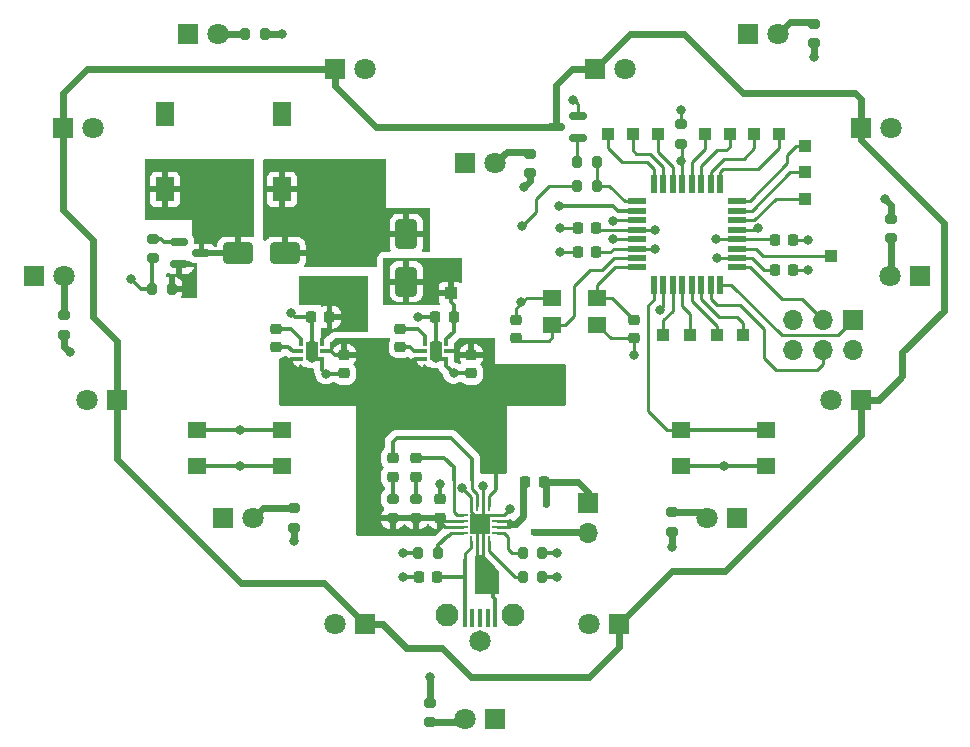
<source format=gtl>
%TF.GenerationSoftware,KiCad,Pcbnew,(7.0.0)*%
%TF.CreationDate,2023-05-16T07:50:31+02:00*%
%TF.ProjectId,MamaGeburtstag2023,4d616d61-4765-4627-9572-747374616732,rev?*%
%TF.SameCoordinates,Original*%
%TF.FileFunction,Copper,L1,Top*%
%TF.FilePolarity,Positive*%
%FSLAX46Y46*%
G04 Gerber Fmt 4.6, Leading zero omitted, Abs format (unit mm)*
G04 Created by KiCad (PCBNEW (7.0.0)) date 2023-05-16 07:50:31*
%MOMM*%
%LPD*%
G01*
G04 APERTURE LIST*
G04 Aperture macros list*
%AMRoundRect*
0 Rectangle with rounded corners*
0 $1 Rounding radius*
0 $2 $3 $4 $5 $6 $7 $8 $9 X,Y pos of 4 corners*
0 Add a 4 corners polygon primitive as box body*
4,1,4,$2,$3,$4,$5,$6,$7,$8,$9,$2,$3,0*
0 Add four circle primitives for the rounded corners*
1,1,$1+$1,$2,$3*
1,1,$1+$1,$4,$5*
1,1,$1+$1,$6,$7*
1,1,$1+$1,$8,$9*
0 Add four rect primitives between the rounded corners*
20,1,$1+$1,$2,$3,$4,$5,0*
20,1,$1+$1,$4,$5,$6,$7,0*
20,1,$1+$1,$6,$7,$8,$9,0*
20,1,$1+$1,$8,$9,$2,$3,0*%
G04 Aperture macros list end*
%TA.AperFunction,SMDPad,CuDef*%
%ADD10RoundRect,0.225000X0.225000X0.250000X-0.225000X0.250000X-0.225000X-0.250000X0.225000X-0.250000X0*%
%TD*%
%TA.AperFunction,SMDPad,CuDef*%
%ADD11RoundRect,0.225000X-0.250000X0.225000X-0.250000X-0.225000X0.250000X-0.225000X0.250000X0.225000X0*%
%TD*%
%TA.AperFunction,ComponentPad*%
%ADD12R,1.800000X1.800000*%
%TD*%
%TA.AperFunction,ComponentPad*%
%ADD13C,1.800000*%
%TD*%
%TA.AperFunction,SMDPad,CuDef*%
%ADD14RoundRect,0.225000X0.250000X-0.225000X0.250000X0.225000X-0.250000X0.225000X-0.250000X-0.225000X0*%
%TD*%
%TA.AperFunction,SMDPad,CuDef*%
%ADD15RoundRect,0.218750X-0.256250X0.218750X-0.256250X-0.218750X0.256250X-0.218750X0.256250X0.218750X0*%
%TD*%
%TA.AperFunction,SMDPad,CuDef*%
%ADD16R,1.000000X1.000000*%
%TD*%
%TA.AperFunction,SMDPad,CuDef*%
%ADD17RoundRect,0.200000X0.275000X-0.200000X0.275000X0.200000X-0.275000X0.200000X-0.275000X-0.200000X0*%
%TD*%
%TA.AperFunction,ComponentPad*%
%ADD18R,1.700000X1.700000*%
%TD*%
%TA.AperFunction,ComponentPad*%
%ADD19O,1.700000X1.700000*%
%TD*%
%TA.AperFunction,SMDPad,CuDef*%
%ADD20RoundRect,0.200000X0.200000X0.275000X-0.200000X0.275000X-0.200000X-0.275000X0.200000X-0.275000X0*%
%TD*%
%TA.AperFunction,SMDPad,CuDef*%
%ADD21R,1.600000X1.400000*%
%TD*%
%TA.AperFunction,SMDPad,CuDef*%
%ADD22RoundRect,0.093750X0.093750X0.106250X-0.093750X0.106250X-0.093750X-0.106250X0.093750X-0.106250X0*%
%TD*%
%TA.AperFunction,ComponentPad*%
%ADD23C,0.800000*%
%TD*%
%TA.AperFunction,SMDPad,CuDef*%
%ADD24R,1.000000X1.600000*%
%TD*%
%TA.AperFunction,ComponentPad*%
%ADD25C,0.900000*%
%TD*%
%TA.AperFunction,SMDPad,CuDef*%
%ADD26RoundRect,0.200000X-0.275000X0.200000X-0.275000X-0.200000X0.275000X-0.200000X0.275000X0.200000X0*%
%TD*%
%TA.AperFunction,SMDPad,CuDef*%
%ADD27R,1.500000X2.000000*%
%TD*%
%TA.AperFunction,SMDPad,CuDef*%
%ADD28RoundRect,0.062500X0.350000X0.062500X-0.350000X0.062500X-0.350000X-0.062500X0.350000X-0.062500X0*%
%TD*%
%TA.AperFunction,SMDPad,CuDef*%
%ADD29RoundRect,0.062500X0.062500X0.350000X-0.062500X0.350000X-0.062500X-0.350000X0.062500X-0.350000X0*%
%TD*%
%TA.AperFunction,ComponentPad*%
%ADD30C,0.700000*%
%TD*%
%TA.AperFunction,SMDPad,CuDef*%
%ADD31R,1.680000X1.680000*%
%TD*%
%TA.AperFunction,SMDPad,CuDef*%
%ADD32RoundRect,0.150000X-0.587500X-0.150000X0.587500X-0.150000X0.587500X0.150000X-0.587500X0.150000X0*%
%TD*%
%TA.AperFunction,SMDPad,CuDef*%
%ADD33RoundRect,0.250000X-0.650000X1.000000X-0.650000X-1.000000X0.650000X-1.000000X0.650000X1.000000X0*%
%TD*%
%TA.AperFunction,SMDPad,CuDef*%
%ADD34RoundRect,0.250000X1.000000X0.650000X-1.000000X0.650000X-1.000000X-0.650000X1.000000X-0.650000X0*%
%TD*%
%TA.AperFunction,SMDPad,CuDef*%
%ADD35R,1.600000X0.550000*%
%TD*%
%TA.AperFunction,SMDPad,CuDef*%
%ADD36R,0.550000X1.600000*%
%TD*%
%TA.AperFunction,SMDPad,CuDef*%
%ADD37RoundRect,0.200000X-0.200000X-0.275000X0.200000X-0.275000X0.200000X0.275000X-0.200000X0.275000X0*%
%TD*%
%TA.AperFunction,SMDPad,CuDef*%
%ADD38RoundRect,0.225000X-0.225000X-0.250000X0.225000X-0.250000X0.225000X0.250000X-0.225000X0.250000X0*%
%TD*%
%TA.AperFunction,SMDPad,CuDef*%
%ADD39R,0.620000X0.575000*%
%TD*%
%TA.AperFunction,SMDPad,CuDef*%
%ADD40RoundRect,0.150000X0.587500X0.150000X-0.587500X0.150000X-0.587500X-0.150000X0.587500X-0.150000X0*%
%TD*%
%TA.AperFunction,SMDPad,CuDef*%
%ADD41R,0.450000X1.500000*%
%TD*%
%TA.AperFunction,ComponentPad*%
%ADD42C,1.950000*%
%TD*%
%TA.AperFunction,ComponentPad*%
%ADD43C,1.815000*%
%TD*%
%TA.AperFunction,ViaPad*%
%ADD44C,0.800000*%
%TD*%
%TA.AperFunction,Conductor*%
%ADD45C,0.250000*%
%TD*%
%TA.AperFunction,Conductor*%
%ADD46C,0.375000*%
%TD*%
%TA.AperFunction,Conductor*%
%ADD47C,0.625000*%
%TD*%
G04 APERTURE END LIST*
D10*
%TO.P,C207,1*%
%TO.N,+5V*%
X145525000Y-116000000D03*
%TO.P,C207,2*%
%TO.N,GND*%
X143975000Y-116000000D03*
%TD*%
D11*
%TO.P,C302,1*%
%TO.N,Net-(U301-CP+)*%
X130500000Y-116975000D03*
%TO.P,C302,2*%
%TO.N,Net-(U301-CP-)*%
X130500000Y-118525000D03*
%TD*%
D12*
%TO.P,D312,1,K*%
%TO.N,Net-(D309-K)*%
X137999999Y-141999999D03*
D13*
%TO.P,D312,2,A*%
%TO.N,Net-(D304-K)*%
X135460000Y-142000000D03*
%TD*%
D10*
%TO.P,C303,1*%
%TO.N,VD*%
X135000000Y-116000000D03*
%TO.P,C303,2*%
%TO.N,GND*%
X133450000Y-116000000D03*
%TD*%
D11*
%TO.P,C208,1*%
%TO.N,/VIN*%
X147000000Y-119225000D03*
%TO.P,C208,2*%
%TO.N,GND*%
X147000000Y-120775000D03*
%TD*%
D14*
%TO.P,C205,1*%
%TO.N,Net-(U201-XTAL1{slash}PB6)*%
X150775000Y-117775000D03*
%TO.P,C205,2*%
%TO.N,GND*%
X150775000Y-116225000D03*
%TD*%
D12*
%TO.P,D305,1,K*%
%TO.N,Net-(D305-K)*%
X148999999Y-149999999D03*
D13*
%TO.P,D305,2,A*%
%TO.N,Net-(D305-A)*%
X146460000Y-150000000D03*
%TD*%
D12*
%TO.P,D302,1,K*%
%TO.N,Net-(D302-K)*%
X122999999Y-91999999D03*
D13*
%TO.P,D302,2,A*%
%TO.N,Net-(D302-A)*%
X125540000Y-92000000D03*
%TD*%
D15*
%TO.P,D101,1,K*%
%TO.N,/CHG*%
X142350000Y-127937500D03*
%TO.P,D101,2,A*%
%TO.N,Net-(D101-A)*%
X142350000Y-129512500D03*
%TD*%
D16*
%TO.P,TP217,1,1*%
%TO.N,/Digital/ADC7*%
X175274999Y-105999999D03*
%TD*%
%TO.P,TP216,1,1*%
%TO.N,/Digital/ADC6*%
X177474999Y-110799999D03*
%TD*%
D17*
%TO.P,R303,1*%
%TO.N,VD*%
X112500000Y-117500000D03*
%TO.P,R303,2*%
%TO.N,Net-(D303-A)*%
X112500000Y-115850000D03*
%TD*%
D18*
%TO.P,J201,1,Pin_1*%
%TO.N,/Digital/PB4(MISO)*%
X179299999Y-116224999D03*
D19*
%TO.P,J201,2,Pin_2*%
%TO.N,VCC*%
X179299999Y-118764999D03*
%TO.P,J201,3,Pin_3*%
%TO.N,/Digital/PB5(SCK)*%
X176759999Y-116224999D03*
%TO.P,J201,4,Pin_4*%
%TO.N,/Digital/PB3(MOSI)*%
X176759999Y-118764999D03*
%TO.P,J201,5,Pin_5*%
%TO.N,/Digital/PC6(NRST)*%
X174219999Y-116224999D03*
%TO.P,J201,6,Pin_6*%
%TO.N,GND*%
X174219999Y-118764999D03*
%TD*%
D20*
%TO.P,R102,1*%
%TO.N,GND*%
X153000000Y-138000000D03*
%TO.P,R102,2*%
%TO.N,Net-(U102-ISET)*%
X151350000Y-138000000D03*
%TD*%
D21*
%TO.P,Y202,1,1*%
%TO.N,Net-(U201-XTAL2{slash}PB7)*%
X157674999Y-114349999D03*
%TO.P,Y202,2,2*%
%TO.N,GND*%
X153874999Y-114349999D03*
%TO.P,Y202,3,3*%
%TO.N,Net-(U201-XTAL1{slash}PB6)*%
X153874999Y-116649999D03*
%TO.P,Y202,4,4*%
%TO.N,GND*%
X157674999Y-116649999D03*
%TD*%
D10*
%TO.P,C101,1*%
%TO.N,/VBUS*%
X144125000Y-138000000D03*
%TO.P,C101,2*%
%TO.N,GND*%
X142575000Y-138000000D03*
%TD*%
D17*
%TO.P,R304,1*%
%TO.N,VD*%
X132000000Y-133825000D03*
%TO.P,R304,2*%
%TO.N,Net-(D304-A)*%
X132000000Y-132175000D03*
%TD*%
D12*
%TO.P,D315,1,K*%
%TO.N,Net-(D309-K)*%
X179999999Y-99999999D03*
D13*
%TO.P,D315,2,A*%
%TO.N,Net-(D307-K)*%
X182540000Y-100000000D03*
%TD*%
D17*
%TO.P,R204,1*%
%TO.N,/Digital/PD4(T0)*%
X120025000Y-111025000D03*
%TO.P,R204,2*%
%TO.N,Net-(Q201-G)*%
X120025000Y-109375000D03*
%TD*%
D22*
%TO.P,U202,1,GND*%
%TO.N,GND*%
X144887500Y-119550000D03*
%TO.P,U202,2,VIN*%
%TO.N,/VIN*%
X144887500Y-118900000D03*
%TO.P,U202,3,VOUT*%
%TO.N,+5V*%
X144887500Y-118250000D03*
%TO.P,U202,4,CP+*%
%TO.N,Net-(U202-CP+)*%
X143112500Y-118250000D03*
%TO.P,U202,5,CP-*%
%TO.N,Net-(U202-CP-)*%
X143112500Y-118900000D03*
%TO.P,U202,6,ENA*%
%TO.N,/VIN*%
X143112500Y-119550000D03*
D23*
%TO.P,U202,7,EP*%
%TO.N,GND*%
X144000000Y-119450000D03*
D24*
X143999999Y-118899999D03*
D25*
X144000000Y-118350000D03*
%TD*%
D16*
%TO.P,TP211,1,1*%
%TO.N,/Digital/PC4(ADC4)*%
X168874999Y-100499999D03*
%TD*%
D26*
%TO.P,R305,1*%
%TO.N,VD*%
X143500000Y-148675000D03*
%TO.P,R305,2*%
%TO.N,Net-(D305-A)*%
X143500000Y-150325000D03*
%TD*%
D12*
%TO.P,D311,1,K*%
%TO.N,Net-(D309-K)*%
X116999999Y-122999999D03*
D13*
%TO.P,D311,2,A*%
%TO.N,Net-(D303-K)*%
X114460000Y-123000000D03*
%TD*%
D27*
%TO.P,LS201,1,+*%
%TO.N,VCC*%
X130974999Y-105199999D03*
%TO.P,LS201,2,-*%
%TO.N,Net-(D202-A)*%
X121074999Y-105199999D03*
%TO.P,LS201,3,DUMMY_1*%
%TO.N,unconnected-(LS201-DUMMY_1-Pad3)*%
X121074999Y-98799999D03*
%TO.P,LS201,4,DUMMY_2*%
%TO.N,unconnected-(LS201-DUMMY_2-Pad4)*%
X130974999Y-98799999D03*
%TD*%
D28*
%TO.P,U102,1,TS*%
%TO.N,Net-(U102-TS)*%
X149212500Y-134250000D03*
%TO.P,U102,2,BAT*%
%TO.N,/VBAT_POS*%
X149212500Y-133750000D03*
%TO.P,U102,3,BAT*%
X149212500Y-133250000D03*
%TO.P,U102,4,CE*%
%TO.N,GND*%
X149212500Y-132750000D03*
D29*
%TO.P,U102,5,EN2*%
%TO.N,/VIN*%
X148500000Y-132037500D03*
%TO.P,U102,6,EN1*%
%TO.N,GND*%
X148000000Y-132037500D03*
%TO.P,U102,7,PGOOD*%
%TO.N,/PGOOD*%
X147500000Y-132037500D03*
%TO.P,U102,8,VSS*%
%TO.N,GND*%
X147000000Y-132037500D03*
D28*
%TO.P,U102,9,CHG*%
%TO.N,/CHG*%
X146287500Y-132750000D03*
%TO.P,U102,10,OUT*%
%TO.N,/VIN*%
X146287500Y-133250000D03*
%TO.P,U102,11,OUT*%
X146287500Y-133750000D03*
%TO.P,U102,12,ILIM*%
%TO.N,Net-(U102-ILIM)*%
X146287500Y-134250000D03*
D29*
%TO.P,U102,13,IN*%
%TO.N,/VBUS*%
X147000000Y-134962500D03*
%TO.P,U102,14,TMR*%
%TO.N,GND*%
X147500000Y-134962500D03*
%TO.P,U102,15,TD*%
X148000000Y-134962500D03*
%TO.P,U102,16,ISET*%
%TO.N,Net-(U102-ISET)*%
X148500000Y-134962500D03*
D30*
%TO.P,U102,17,VSS*%
%TO.N,GND*%
X148150000Y-133900000D03*
X148150000Y-133100000D03*
D31*
X147749999Y-133499999D03*
D30*
X147350000Y-133900000D03*
X147350000Y-133100000D03*
%TD*%
D11*
%TO.P,C206,1*%
%TO.N,Net-(U202-CP+)*%
X141000000Y-116975000D03*
%TO.P,C206,2*%
%TO.N,Net-(U202-CP-)*%
X141000000Y-118525000D03*
%TD*%
D16*
%TO.P,TP218,1,1*%
%TO.N,/Digital/PD7(AIN1)*%
X163274999Y-117499999D03*
%TD*%
D32*
%TO.P,Q201,1,G*%
%TO.N,Net-(Q201-G)*%
X122287500Y-109650000D03*
%TO.P,Q201,2,S*%
%TO.N,GND*%
X122287500Y-111550000D03*
%TO.P,Q201,3,D*%
%TO.N,Net-(D202-A)*%
X124162500Y-110600000D03*
%TD*%
D16*
%TO.P,TP212,1,1*%
%TO.N,/Digital/PC5(ADC5)*%
X166774999Y-100499999D03*
%TD*%
D26*
%TO.P,R307,1*%
%TO.N,VD*%
X182500000Y-107675000D03*
%TO.P,R307,2*%
%TO.N,Net-(D307-A)*%
X182500000Y-109325000D03*
%TD*%
D20*
%TO.P,R302,1*%
%TO.N,VD*%
X129500000Y-92000000D03*
%TO.P,R302,2*%
%TO.N,Net-(D302-A)*%
X127850000Y-92000000D03*
%TD*%
D33*
%TO.P,D201,1,K*%
%TO.N,VCC*%
X141500000Y-109000000D03*
%TO.P,D201,2,A*%
%TO.N,+5V*%
X141500000Y-113000000D03*
%TD*%
D17*
%TO.P,R306,1*%
%TO.N,VD*%
X164000000Y-134170000D03*
%TO.P,R306,2*%
%TO.N,Net-(D306-A)*%
X164000000Y-132520000D03*
%TD*%
D12*
%TO.P,D316,1,K*%
%TO.N,Net-(D309-K)*%
X157459999Y-94999999D03*
D13*
%TO.P,D316,2,A*%
%TO.N,Net-(D308-K)*%
X160000000Y-95000000D03*
%TD*%
D20*
%TO.P,R205,1*%
%TO.N,GND*%
X121650000Y-113600000D03*
%TO.P,R205,2*%
%TO.N,/Digital/PD4(T0)*%
X120000000Y-113600000D03*
%TD*%
D17*
%TO.P,R301,1*%
%TO.N,VD*%
X152000000Y-103825000D03*
%TO.P,R301,2*%
%TO.N,Net-(D301-A)*%
X152000000Y-102175000D03*
%TD*%
D12*
%TO.P,D303,1,K*%
%TO.N,Net-(D303-K)*%
X109959999Y-112499999D03*
D13*
%TO.P,D303,2,A*%
%TO.N,Net-(D303-A)*%
X112500000Y-112500000D03*
%TD*%
D21*
%TO.P,SW203,1,A*%
%TO.N,/Digital/PD6(AIN0)\u005CLIGHT*%
X123809999Y-125599999D03*
X131009999Y-125599999D03*
%TO.P,SW203,2,B*%
%TO.N,GND*%
X123809999Y-128599999D03*
X131009999Y-128599999D03*
%TD*%
D16*
%TO.P,TP213,1,1*%
%TO.N,/Digital/PD0(RXD)*%
X162774999Y-100499999D03*
%TD*%
D34*
%TO.P,D202,1,K*%
%TO.N,VCC*%
X131225000Y-110600000D03*
%TO.P,D202,2,A*%
%TO.N,Net-(D202-A)*%
X127225000Y-110600000D03*
%TD*%
D20*
%TO.P,R202,1*%
%TO.N,/Digital/PD3(INT1)*%
X157625000Y-104900000D03*
%TO.P,R202,2*%
%TO.N,VCC*%
X155975000Y-104900000D03*
%TD*%
D35*
%TO.P,U201,1,PD3*%
%TO.N,/Digital/PD3(INT1)*%
X161024999Y-106199999D03*
%TO.P,U201,2,PD4*%
%TO.N,/Digital/PD4(T0)*%
X161024999Y-106999999D03*
%TO.P,U201,3,GND*%
%TO.N,GND*%
X161024999Y-107799999D03*
%TO.P,U201,4,VCC*%
%TO.N,VCC*%
X161024999Y-108599999D03*
%TO.P,U201,5,GND*%
%TO.N,GND*%
X161024999Y-109399999D03*
%TO.P,U201,6,VCC*%
%TO.N,VCC*%
X161024999Y-110199999D03*
%TO.P,U201,7,XTAL1/PB6*%
%TO.N,Net-(U201-XTAL1{slash}PB6)*%
X161024999Y-110999999D03*
%TO.P,U201,8,XTAL2/PB7*%
%TO.N,Net-(U201-XTAL2{slash}PB7)*%
X161024999Y-111799999D03*
D36*
%TO.P,U201,9,PD5*%
%TO.N,/Digital/PD5(T1)\u005CPLAY*%
X162474999Y-113249999D03*
%TO.P,U201,10,PD6*%
%TO.N,/Digital/PD6(AIN0)\u005CLIGHT*%
X163274999Y-113249999D03*
%TO.P,U201,11,PD7*%
%TO.N,/Digital/PD7(AIN1)*%
X164074999Y-113249999D03*
%TO.P,U201,12,PB0*%
%TO.N,/Digital/PB0(ICP)*%
X164874999Y-113249999D03*
%TO.P,U201,13,PB1*%
%TO.N,/Digital/PB1(OC1)*%
X165674999Y-113249999D03*
%TO.P,U201,14,PB2*%
%TO.N,/Digital/PB2(SS)*%
X166474999Y-113249999D03*
%TO.P,U201,15,PB3*%
%TO.N,/Digital/PB3(MOSI)*%
X167274999Y-113249999D03*
%TO.P,U201,16,PB4*%
%TO.N,/Digital/PB4(MISO)*%
X168074999Y-113249999D03*
D35*
%TO.P,U201,17,PB5*%
%TO.N,/Digital/PB5(SCK)*%
X169524999Y-111799999D03*
%TO.P,U201,18,AVCC*%
%TO.N,VCC*%
X169524999Y-110999999D03*
%TO.P,U201,19,ADC6*%
%TO.N,/Digital/ADC6*%
X169524999Y-110199999D03*
%TO.P,U201,20,AREF*%
%TO.N,VCC*%
X169524999Y-109399999D03*
%TO.P,U201,21,GND*%
%TO.N,GND*%
X169524999Y-108599999D03*
%TO.P,U201,22,ADC7*%
%TO.N,/Digital/ADC7*%
X169524999Y-107799999D03*
%TO.P,U201,23,PC0*%
%TO.N,/Digital/PC0(ADC0)*%
X169524999Y-106999999D03*
%TO.P,U201,24,PC1*%
%TO.N,/Digital/PC1(ADC1)*%
X169524999Y-106199999D03*
D36*
%TO.P,U201,25,PC2*%
%TO.N,/Digital/PC2(ADC2)*%
X168074999Y-104749999D03*
%TO.P,U201,26,PC3*%
%TO.N,/Digital/PC3(ADC3)*%
X167274999Y-104749999D03*
%TO.P,U201,27,PC4*%
%TO.N,/Digital/PC4(ADC4)*%
X166474999Y-104749999D03*
%TO.P,U201,28,PC5*%
%TO.N,/Digital/PC5(ADC5)*%
X165674999Y-104749999D03*
%TO.P,U201,29,~{RESET}/PC6*%
%TO.N,/Digital/PC6(NRST)*%
X164874999Y-104749999D03*
%TO.P,U201,30,PD0*%
%TO.N,/Digital/PD0(RXD)*%
X164074999Y-104749999D03*
%TO.P,U201,31,PD1*%
%TO.N,/Digital/PD1(TXD)*%
X163274999Y-104749999D03*
%TO.P,U201,32,PD2*%
%TO.N,/Digital/PD2(INT0)*%
X162474999Y-104749999D03*
%TD*%
D20*
%TO.P,R103,1*%
%TO.N,GND*%
X153000000Y-136000000D03*
%TO.P,R103,2*%
%TO.N,Net-(U102-TS)*%
X151350000Y-136000000D03*
%TD*%
D12*
%TO.P,D304,1,K*%
%TO.N,Net-(D304-K)*%
X125999999Y-132999999D03*
D13*
%TO.P,D304,2,A*%
%TO.N,Net-(D304-A)*%
X128540000Y-133000000D03*
%TD*%
D12*
%TO.P,D314,1,K*%
%TO.N,Net-(D309-K)*%
X179999999Y-122999999D03*
D13*
%TO.P,D314,2,A*%
%TO.N,Net-(D306-K)*%
X177460000Y-123000000D03*
%TD*%
D17*
%TO.P,R105,1*%
%TO.N,/VIN*%
X140350000Y-133050000D03*
%TO.P,R105,2*%
%TO.N,Net-(D102-A)*%
X140350000Y-131400000D03*
%TD*%
D12*
%TO.P,D306,1,K*%
%TO.N,Net-(D306-K)*%
X169539999Y-132999999D03*
D13*
%TO.P,D306,2,A*%
%TO.N,Net-(D306-A)*%
X167000000Y-133000000D03*
%TD*%
D16*
%TO.P,TP205,1,1*%
%TO.N,/Digital/PB1(OC1)*%
X167774999Y-117499999D03*
%TD*%
D37*
%TO.P,R101,1*%
%TO.N,GND*%
X142525000Y-136000000D03*
%TO.P,R101,2*%
%TO.N,Net-(U102-ILIM)*%
X144175000Y-136000000D03*
%TD*%
D12*
%TO.P,D310,1,K*%
%TO.N,Net-(D309-K)*%
X112459999Y-99999999D03*
D13*
%TO.P,D310,2,A*%
%TO.N,Net-(D302-K)*%
X115000000Y-100000000D03*
%TD*%
D10*
%TO.P,C209,1*%
%TO.N,VCC*%
X157550000Y-110500000D03*
%TO.P,C209,2*%
%TO.N,GND*%
X156000000Y-110500000D03*
%TD*%
D18*
%TO.P,J102,1,Pin_1*%
%TO.N,GND*%
X156849999Y-131724999D03*
D19*
%TO.P,J102,2,Pin_2*%
%TO.N,/VBAT*%
X156849999Y-134264999D03*
%TD*%
D17*
%TO.P,R201,1*%
%TO.N,/Digital/PC6(NRST)*%
X164775000Y-101325000D03*
%TO.P,R201,2*%
%TO.N,VCC*%
X164775000Y-99675000D03*
%TD*%
D16*
%TO.P,TP202,1,1*%
%TO.N,+5V*%
X145249999Y-113999999D03*
%TD*%
%TO.P,TP203,1,1*%
%TO.N,VCC*%
X137799999Y-104599999D03*
%TD*%
D22*
%TO.P,U301,1,GND*%
%TO.N,GND*%
X134387500Y-119550000D03*
%TO.P,U301,2,VIN*%
%TO.N,/VIN*%
X134387500Y-118900000D03*
%TO.P,U301,3,VOUT*%
%TO.N,VD*%
X134387500Y-118250000D03*
%TO.P,U301,4,CP+*%
%TO.N,Net-(U301-CP+)*%
X132612500Y-118250000D03*
%TO.P,U301,5,CP-*%
%TO.N,Net-(U301-CP-)*%
X132612500Y-118900000D03*
%TO.P,U301,6,ENA*%
%TO.N,/VIN*%
X132612500Y-119550000D03*
D23*
%TO.P,U301,7,EP*%
%TO.N,GND*%
X133500000Y-119450000D03*
D24*
X133499999Y-118899999D03*
D23*
X133500000Y-118350000D03*
%TD*%
D38*
%TO.P,C203,1*%
%TO.N,VCC*%
X172725000Y-109500000D03*
%TO.P,C203,2*%
%TO.N,GND*%
X174275000Y-109500000D03*
%TD*%
D12*
%TO.P,D307,1,K*%
%TO.N,Net-(D307-K)*%
X184999999Y-112499999D03*
D13*
%TO.P,D307,2,A*%
%TO.N,Net-(D307-A)*%
X182460000Y-112500000D03*
%TD*%
D16*
%TO.P,TP210,1,1*%
%TO.N,/Digital/PC3(ADC3)*%
X170974999Y-100499999D03*
%TD*%
%TO.P,TP206,1,1*%
%TO.N,/Digital/PB2(SS)*%
X170024999Y-117499999D03*
%TD*%
%TO.P,TP209,1,1*%
%TO.N,/Digital/PC2(ADC2)*%
X173074999Y-100499999D03*
%TD*%
D38*
%TO.P,C103,1*%
%TO.N,/VBAT_POS*%
X151575000Y-130000000D03*
%TO.P,C103,2*%
%TO.N,GND*%
X153125000Y-130000000D03*
%TD*%
D16*
%TO.P,TP301,1,1*%
%TO.N,VD*%
X133599999Y-113599999D03*
%TD*%
D21*
%TO.P,SW202,1,A*%
%TO.N,/Digital/PD5(T1)\u005CPLAY*%
X164799999Y-125599999D03*
X171999999Y-125599999D03*
%TO.P,SW202,2,B*%
%TO.N,GND*%
X164799999Y-128599999D03*
X171999999Y-128599999D03*
%TD*%
D16*
%TO.P,TP204,1,1*%
%TO.N,/Digital/PB0(ICP)*%
X165524999Y-117499999D03*
%TD*%
D12*
%TO.P,D308,1,K*%
%TO.N,Net-(D308-K)*%
X170459999Y-91999999D03*
D13*
%TO.P,D308,2,A*%
%TO.N,Net-(D308-A)*%
X173000000Y-92000000D03*
%TD*%
D14*
%TO.P,C102,1*%
%TO.N,/VIN*%
X144350000Y-133000000D03*
%TO.P,C102,2*%
%TO.N,GND*%
X144350000Y-131450000D03*
%TD*%
D39*
%TO.P,Q101,1,G*%
%TO.N,GND*%
X153299999Y-131811999D03*
%TO.P,Q101,2,S*%
%TO.N,/VBAT_POS*%
X151399999Y-131811999D03*
%TO.P,Q101,3,D*%
%TO.N,/VBAT*%
X152349999Y-134187999D03*
%TD*%
D38*
%TO.P,C202,1*%
%TO.N,VCC*%
X172725000Y-112000000D03*
%TO.P,C202,2*%
%TO.N,GND*%
X174275000Y-112000000D03*
%TD*%
D12*
%TO.P,D313,1,K*%
%TO.N,Net-(D309-K)*%
X159539999Y-141999999D03*
D13*
%TO.P,D313,2,A*%
%TO.N,Net-(D305-K)*%
X157000000Y-142000000D03*
%TD*%
D16*
%TO.P,TP207,1,1*%
%TO.N,/Digital/PC0(ADC0)*%
X175274999Y-103749999D03*
%TD*%
D11*
%TO.P,C301,1*%
%TO.N,/VIN*%
X136250000Y-119225000D03*
%TO.P,C301,2*%
%TO.N,GND*%
X136250000Y-120775000D03*
%TD*%
D17*
%TO.P,R308,1*%
%TO.N,VD*%
X176000000Y-92825000D03*
%TO.P,R308,2*%
%TO.N,Net-(D308-A)*%
X176000000Y-91175000D03*
%TD*%
D20*
%TO.P,R203,1*%
%TO.N,/Digital/PD3(INT1)*%
X157625000Y-102900000D03*
%TO.P,R203,2*%
%TO.N,/Digital/PWM_OUT*%
X155975000Y-102900000D03*
%TD*%
D12*
%TO.P,D301,1,K*%
%TO.N,Net-(D301-K)*%
X146459999Y-102999999D03*
D13*
%TO.P,D301,2,A*%
%TO.N,Net-(D301-A)*%
X149000000Y-103000000D03*
%TD*%
D16*
%TO.P,TP214,1,1*%
%TO.N,/Digital/PD1(TXD)*%
X160674999Y-100499999D03*
%TD*%
D40*
%TO.P,Q301,1,G*%
%TO.N,/Digital/PWM_OUT*%
X156037500Y-100850000D03*
%TO.P,Q301,2,S*%
%TO.N,GND*%
X156037500Y-98950000D03*
%TO.P,Q301,3,D*%
%TO.N,Net-(D309-K)*%
X154162500Y-99900000D03*
%TD*%
D16*
%TO.P,TP208,1,1*%
%TO.N,/Digital/PC1(ADC1)*%
X175274999Y-101499999D03*
%TD*%
D15*
%TO.P,D102,1,K*%
%TO.N,/PGOOD*%
X140350000Y-127937500D03*
%TO.P,D102,2,A*%
%TO.N,Net-(D102-A)*%
X140350000Y-129512500D03*
%TD*%
D12*
%TO.P,D309,1,K*%
%TO.N,Net-(D309-K)*%
X135459999Y-94999999D03*
D13*
%TO.P,D309,2,A*%
%TO.N,Net-(D301-K)*%
X138000000Y-95000000D03*
%TD*%
D16*
%TO.P,TP215,1,1*%
%TO.N,/Digital/PD2(INT0)*%
X158574999Y-100499999D03*
%TD*%
D10*
%TO.P,C201,1*%
%TO.N,VCC*%
X157550000Y-108500000D03*
%TO.P,C201,2*%
%TO.N,GND*%
X156000000Y-108500000D03*
%TD*%
D17*
%TO.P,R104,1*%
%TO.N,/VIN*%
X142350000Y-133050000D03*
%TO.P,R104,2*%
%TO.N,Net-(D101-A)*%
X142350000Y-131400000D03*
%TD*%
D11*
%TO.P,C204,1*%
%TO.N,Net-(U201-XTAL2{slash}PB7)*%
X160775000Y-116225000D03*
%TO.P,C204,2*%
%TO.N,GND*%
X160775000Y-117775000D03*
%TD*%
D41*
%TO.P,J101,1,VBUS*%
%TO.N,/VBUS*%
X146449999Y-141499999D03*
%TO.P,J101,2,D-*%
%TO.N,unconnected-(J101-D--Pad2)*%
X147099999Y-141499999D03*
%TO.P,J101,3,D+*%
%TO.N,unconnected-(J101-D+-Pad3)*%
X147749999Y-141499999D03*
%TO.P,J101,4,ID*%
%TO.N,unconnected-(J101-ID-Pad4)*%
X148399999Y-141499999D03*
%TO.P,J101,5,GND*%
%TO.N,GND*%
X149049999Y-141499999D03*
D42*
%TO.P,J101,MH1,MH1*%
%TO.N,unconnected-(J101-PadMH1)*%
X144950000Y-141250000D03*
%TO.P,J101,MH2,MH2*%
%TO.N,unconnected-(J101-PadMH2)*%
X150550000Y-141250000D03*
D43*
%TO.P,J101,MH3,MH3*%
%TO.N,unconnected-(J101-PadMH3)*%
X147750000Y-143399000D03*
%TD*%
D16*
%TO.P,TP101,1,1*%
%TO.N,/VIN*%
X151999999Y-122499999D03*
%TD*%
D44*
%TO.N,GND*%
X123200000Y-113800000D03*
X168400000Y-128600000D03*
X141250000Y-136000000D03*
X150250000Y-132250000D03*
X146224500Y-130500000D03*
X141250000Y-138000000D03*
X154250000Y-138000000D03*
X175525000Y-112000000D03*
X131750000Y-115650000D03*
X175525000Y-109500000D03*
X159025000Y-109400000D03*
X145500000Y-120750000D03*
X144350000Y-130100000D03*
X151250000Y-114750000D03*
X159000000Y-107875500D03*
X155600000Y-97600000D03*
X148844000Y-138938000D03*
X154250000Y-136000000D03*
X171275000Y-108500000D03*
X154525000Y-108500000D03*
X148012500Y-130302000D03*
X142500000Y-116000000D03*
X147828000Y-137922000D03*
X127400000Y-128600000D03*
X147828000Y-138938000D03*
X134700000Y-120800000D03*
X147828000Y-136906000D03*
X123200000Y-112800000D03*
X148844000Y-137922000D03*
X160750000Y-119250000D03*
X154525000Y-110500000D03*
%TO.N,VD*%
X136500000Y-113000000D03*
X135250000Y-113000000D03*
X137750000Y-113000000D03*
X164000000Y-135500000D03*
X136500000Y-116750000D03*
X135250000Y-114250000D03*
X137750000Y-115500000D03*
X176000000Y-94000000D03*
X151500000Y-105000000D03*
X131000000Y-92000000D03*
X136500000Y-114250000D03*
X143500000Y-146500000D03*
X182000000Y-106000000D03*
X137750000Y-114250000D03*
X113000000Y-119000000D03*
X136500000Y-115500000D03*
X137750000Y-116750000D03*
X132000000Y-135000000D03*
%TO.N,/Digital/PD4(T0)*%
X154400000Y-106600000D03*
X118200000Y-112800000D03*
%TO.N,/Digital/PD6(AIN0)\u005CLIGHT*%
X127400000Y-125600000D03*
X163000000Y-115400000D03*
%TO.N,/Digital/PC6(NRST)*%
X164775000Y-102750000D03*
%TO.N,VCC*%
X136500000Y-107500000D03*
X167800000Y-111000000D03*
X162600000Y-108600000D03*
X137750000Y-107500000D03*
X137750000Y-110000000D03*
X136500000Y-110000000D03*
X167700000Y-109400000D03*
X136500000Y-108750000D03*
X151300000Y-108300000D03*
X137750000Y-108750000D03*
X164775000Y-98500000D03*
X139000000Y-108750000D03*
X162600000Y-110200000D03*
X139000000Y-107500000D03*
X139000000Y-110000000D03*
%TD*%
D45*
%TO.N,GND*%
X151325000Y-114750000D02*
X151725000Y-114350000D01*
X147000000Y-132037500D02*
X147000000Y-132522000D01*
X147000000Y-132522000D02*
X147350000Y-132872000D01*
D46*
X164800000Y-128600000D02*
X168400000Y-128600000D01*
D45*
X151250000Y-114825000D02*
X151250000Y-114750000D01*
D46*
X131750000Y-115650000D02*
X132100000Y-116000000D01*
X144000000Y-117250000D02*
X144000000Y-116025000D01*
D45*
X147500000Y-134050000D02*
X147350000Y-133900000D01*
D46*
X127400000Y-128600000D02*
X123810000Y-128600000D01*
X149050000Y-141500000D02*
X149050000Y-139906000D01*
D45*
X149750000Y-132750000D02*
X149212500Y-132750000D01*
X148000000Y-136316000D02*
X148082000Y-136398000D01*
X151725000Y-114350000D02*
X153875000Y-114350000D01*
X148000000Y-132950000D02*
X148150000Y-133100000D01*
X150775000Y-116225000D02*
X150775000Y-115300000D01*
X159000000Y-107875500D02*
X159075500Y-107800000D01*
X169525000Y-108600000D02*
X171175000Y-108600000D01*
X150775000Y-115300000D02*
X151250000Y-114825000D01*
X148000000Y-134050000D02*
X148150000Y-133900000D01*
D46*
X133500000Y-116050000D02*
X133450000Y-116000000D01*
X144100000Y-119550000D02*
X144000000Y-119450000D01*
X133500000Y-118350000D02*
X133500000Y-116050000D01*
D45*
X148475000Y-132775000D02*
X148150000Y-133100000D01*
X160750000Y-117800000D02*
X158825000Y-117800000D01*
D46*
X131010000Y-128600000D02*
X127400000Y-128600000D01*
D45*
X156037500Y-98950000D02*
X156037500Y-97937500D01*
X155600000Y-97600000D02*
X155600000Y-97500000D01*
D46*
X136225000Y-120800000D02*
X136250000Y-120775000D01*
D47*
X156850000Y-131725000D02*
X156850000Y-130850000D01*
D46*
X134700000Y-120800000D02*
X134387500Y-120487500D01*
D45*
X147500000Y-134962500D02*
X147500000Y-136324000D01*
X149212500Y-132750000D02*
X149187500Y-132775000D01*
X174275000Y-109500000D02*
X175525000Y-109500000D01*
D47*
X153300000Y-130175000D02*
X153300000Y-131812000D01*
D45*
X160775000Y-117775000D02*
X160775000Y-119225000D01*
D46*
X148844000Y-137160000D02*
X148008000Y-136324000D01*
D47*
X153125000Y-130000000D02*
X153300000Y-130175000D01*
D45*
X155600000Y-97500000D02*
X155700000Y-97600000D01*
X149187500Y-132775000D02*
X148475000Y-132775000D01*
X146224500Y-130500000D02*
X147000000Y-131275500D01*
D46*
X145500000Y-120750000D02*
X146975000Y-120750000D01*
X144887500Y-119550000D02*
X144100000Y-119550000D01*
D45*
X147500000Y-136324000D02*
X147574000Y-136398000D01*
X148000000Y-134962500D02*
X148000000Y-136316000D01*
D46*
X168400000Y-128600000D02*
X172000000Y-128600000D01*
X133500000Y-119450000D02*
X133600000Y-119550000D01*
X148844000Y-138938000D02*
X148844000Y-137922000D01*
D45*
X147350000Y-132872000D02*
X147350000Y-133100000D01*
D46*
X149050000Y-139906000D02*
X148844000Y-139700000D01*
D45*
X155700000Y-97600000D02*
X155600000Y-97600000D01*
D46*
X144000000Y-116025000D02*
X143975000Y-116000000D01*
D45*
X148000000Y-132037500D02*
X148000000Y-132950000D01*
X147500000Y-134962500D02*
X147500000Y-134050000D01*
D46*
X133600000Y-119550000D02*
X134387500Y-119550000D01*
D45*
X171175000Y-108600000D02*
X171275000Y-108500000D01*
X156000000Y-110500000D02*
X154525000Y-110500000D01*
X156000000Y-108500000D02*
X154525000Y-108500000D01*
X151250000Y-114750000D02*
X151325000Y-114750000D01*
D46*
X134700000Y-120800000D02*
X136225000Y-120800000D01*
X144887500Y-120137500D02*
X144887500Y-119550000D01*
D45*
X148012500Y-132025000D02*
X148000000Y-132037500D01*
X160750000Y-119250000D02*
X160775000Y-119225000D01*
X148012500Y-130302000D02*
X148012500Y-132025000D01*
D46*
X132100000Y-116000000D02*
X133450000Y-116000000D01*
D47*
X156000000Y-130000000D02*
X153125000Y-130000000D01*
D46*
X146975000Y-120750000D02*
X147000000Y-120775000D01*
D45*
X148000000Y-134962500D02*
X148000000Y-134050000D01*
D46*
X142525000Y-136000000D02*
X141250000Y-136000000D01*
D45*
X159075500Y-107800000D02*
X161025000Y-107800000D01*
D46*
X148844000Y-137922000D02*
X148844000Y-137160000D01*
X144000000Y-118350000D02*
X144000000Y-117250000D01*
X142500000Y-116000000D02*
X143975000Y-116000000D01*
D45*
X160775000Y-117775000D02*
X160750000Y-117800000D01*
X150250000Y-132250000D02*
X149750000Y-132750000D01*
D46*
X144350000Y-130100000D02*
X144350000Y-131450000D01*
X142575000Y-138000000D02*
X141250000Y-138000000D01*
X134387500Y-120487500D02*
X134387500Y-119550000D01*
D45*
X174275000Y-112000000D02*
X175525000Y-112000000D01*
X156037500Y-97937500D02*
X155700000Y-97600000D01*
X147000000Y-131275500D02*
X147000000Y-132037500D01*
D46*
X148008000Y-136324000D02*
X147500000Y-136324000D01*
X145500000Y-120750000D02*
X144887500Y-120137500D01*
X148844000Y-139700000D02*
X148844000Y-138938000D01*
X153000000Y-138000000D02*
X154250000Y-138000000D01*
D47*
X156850000Y-130850000D02*
X156000000Y-130000000D01*
D45*
X158825000Y-117800000D02*
X157675000Y-116650000D01*
X159025000Y-109400000D02*
X161025000Y-109400000D01*
D46*
X153000000Y-136000000D02*
X154250000Y-136000000D01*
D47*
%TO.N,Net-(D301-A)*%
X151825000Y-102000000D02*
X152000000Y-102175000D01*
X150000000Y-102000000D02*
X151825000Y-102000000D01*
X149000000Y-103000000D02*
X150000000Y-102000000D01*
%TO.N,Net-(D302-A)*%
X125540000Y-92000000D02*
X127850000Y-92000000D01*
%TO.N,Net-(D303-A)*%
X112500000Y-115850000D02*
X112500000Y-112500000D01*
%TO.N,Net-(D304-A)*%
X132000000Y-132175000D02*
X129365000Y-132175000D01*
X129365000Y-132175000D02*
X128540000Y-133000000D01*
%TO.N,Net-(D305-A)*%
X146135000Y-150325000D02*
X146460000Y-150000000D01*
X143500000Y-150325000D02*
X146135000Y-150325000D01*
%TO.N,Net-(D306-A)*%
X166520000Y-132520000D02*
X167000000Y-133000000D01*
X164000000Y-132520000D02*
X166520000Y-132520000D01*
%TO.N,Net-(D307-A)*%
X182500000Y-109325000D02*
X182500000Y-112460000D01*
X182500000Y-112460000D02*
X182460000Y-112500000D01*
%TO.N,Net-(D308-A)*%
X175825000Y-91000000D02*
X176000000Y-91175000D01*
X174000000Y-91000000D02*
X175825000Y-91000000D01*
X173000000Y-92000000D02*
X174000000Y-91000000D01*
%TO.N,VD*%
X143500000Y-148675000D02*
X143500000Y-146500000D01*
X112500000Y-117500000D02*
X112500000Y-118500000D01*
D46*
X135000000Y-117250000D02*
X135000000Y-116000000D01*
D47*
X182500000Y-106500000D02*
X182000000Y-106000000D01*
X176000000Y-92825000D02*
X176000000Y-94000000D01*
X132000000Y-133825000D02*
X132000000Y-135000000D01*
X152000000Y-103825000D02*
X152000000Y-104500000D01*
X129500000Y-92000000D02*
X131000000Y-92000000D01*
X182500000Y-107675000D02*
X182500000Y-106500000D01*
X152000000Y-104500000D02*
X151500000Y-105000000D01*
D46*
X134387500Y-117862500D02*
X135000000Y-117250000D01*
D47*
X112500000Y-118500000D02*
X113000000Y-119000000D01*
D46*
X134387500Y-118250000D02*
X134387500Y-117862500D01*
D47*
X164000000Y-134170000D02*
X164000000Y-135500000D01*
D45*
%TO.N,/Digital/PD3(INT1)*%
X158700000Y-104900000D02*
X157625000Y-104900000D01*
X157625000Y-104900000D02*
X157625000Y-102900000D01*
X161025000Y-106200000D02*
X160000000Y-106200000D01*
X160000000Y-106200000D02*
X158700000Y-104900000D01*
D46*
%TO.N,/Digital/PD4(T0)*%
X120000000Y-111050000D02*
X120025000Y-111025000D01*
X120000000Y-113600000D02*
X120000000Y-111050000D01*
X154400000Y-106600000D02*
X158988694Y-106600000D01*
X158988694Y-106600000D02*
X159388694Y-107000000D01*
X119000000Y-113600000D02*
X120000000Y-113600000D01*
X118200000Y-112800000D02*
X119000000Y-113600000D01*
X159388694Y-107000000D02*
X161025000Y-107000000D01*
%TO.N,+5V*%
X144887500Y-117862500D02*
X145500000Y-117250000D01*
X145525000Y-116000000D02*
X145525000Y-115025000D01*
X145500000Y-116025000D02*
X145525000Y-116000000D01*
X145250000Y-114750000D02*
X145250000Y-114000000D01*
X145500000Y-117250000D02*
X145500000Y-116025000D01*
X144887500Y-118250000D02*
X144887500Y-117862500D01*
X145525000Y-115025000D02*
X145250000Y-114750000D01*
D45*
%TO.N,Net-(U201-XTAL2{slash}PB7)*%
X159175000Y-111800000D02*
X161025000Y-111800000D01*
X157675000Y-114350000D02*
X157675000Y-113300000D01*
X160775000Y-116225000D02*
X158900000Y-114350000D01*
X157675000Y-113300000D02*
X159175000Y-111800000D01*
X158900000Y-114350000D02*
X157675000Y-114350000D01*
%TO.N,/Digital/PD5(T1)\u005CPLAY*%
X162000000Y-115000000D02*
X162000000Y-124000000D01*
X163600000Y-125600000D02*
X164800000Y-125600000D01*
D46*
X172000000Y-125600000D02*
X164800000Y-125600000D01*
D45*
X162000000Y-124000000D02*
X163600000Y-125600000D01*
X162475000Y-114525000D02*
X162000000Y-115000000D01*
X162475000Y-113250000D02*
X162475000Y-114525000D01*
D46*
%TO.N,/Digital/PD6(AIN0)\u005CLIGHT*%
X127400000Y-125600000D02*
X123810000Y-125600000D01*
X131010000Y-125600000D02*
X127400000Y-125600000D01*
D45*
X163000000Y-115400000D02*
X163275000Y-115125000D01*
X163275000Y-115125000D02*
X163275000Y-113250000D01*
%TO.N,/Digital/PD7(AIN1)*%
X164075000Y-115450000D02*
X163275000Y-116250000D01*
X164075000Y-113250000D02*
X164075000Y-115450000D01*
X163275000Y-116250000D02*
X163275000Y-117500000D01*
%TO.N,/Digital/PB0(ICP)*%
X165525000Y-117500000D02*
X165525000Y-115750000D01*
X165525000Y-115750000D02*
X164875000Y-115100000D01*
X164875000Y-115100000D02*
X164875000Y-113250000D01*
%TO.N,/Digital/PB1(OC1)*%
X165675000Y-114650000D02*
X167775000Y-116750000D01*
X167775000Y-116750000D02*
X167775000Y-117500000D01*
X165675000Y-113250000D02*
X165675000Y-114650000D01*
%TO.N,/Digital/PB2(SS)*%
X170025000Y-117500000D02*
X170025000Y-116500000D01*
X166475000Y-114475000D02*
X166475000Y-113250000D01*
X169525000Y-116000000D02*
X168000000Y-116000000D01*
X168000000Y-116000000D02*
X166475000Y-114475000D01*
X170025000Y-116500000D02*
X169525000Y-116000000D01*
%TO.N,/Digital/PB3(MOSI)*%
X167775000Y-115000000D02*
X167275000Y-114500000D01*
X171775000Y-117000000D02*
X169775000Y-115000000D01*
X171775000Y-119500000D02*
X171775000Y-117000000D01*
X167275000Y-114500000D02*
X167275000Y-113250000D01*
X176760000Y-118765000D02*
X176760000Y-120015000D01*
X176275000Y-120500000D02*
X172775000Y-120500000D01*
X176760000Y-120015000D02*
X176275000Y-120500000D01*
X172775000Y-120500000D02*
X171775000Y-119500000D01*
X169775000Y-115000000D02*
X167775000Y-115000000D01*
%TO.N,/Digital/PB4(MISO)*%
X178025000Y-117500000D02*
X173275000Y-117500000D01*
X179300000Y-116225000D02*
X178025000Y-117500000D01*
X173275000Y-117500000D02*
X169025000Y-113250000D01*
X169025000Y-113250000D02*
X168075000Y-113250000D01*
%TO.N,/Digital/PB5(SCK)*%
X173275000Y-114500000D02*
X170575000Y-111800000D01*
X176760000Y-116225000D02*
X175035000Y-114500000D01*
X175035000Y-114500000D02*
X173275000Y-114500000D01*
X170575000Y-111800000D02*
X169525000Y-111800000D01*
%TO.N,/Digital/ADC6*%
X171675000Y-110800000D02*
X171075000Y-110200000D01*
X177475000Y-110800000D02*
X171675000Y-110800000D01*
X171075000Y-110200000D02*
X169525000Y-110200000D01*
%TO.N,/Digital/ADC7*%
X169525000Y-107800000D02*
X170975000Y-107800000D01*
X172775000Y-106000000D02*
X175275000Y-106000000D01*
X170975000Y-107800000D02*
X172775000Y-106000000D01*
%TO.N,/Digital/PC0(ADC0)*%
X170775000Y-107000000D02*
X174025000Y-103750000D01*
X169525000Y-107000000D02*
X170775000Y-107000000D01*
X174025000Y-103750000D02*
X175275000Y-103750000D01*
%TO.N,/Digital/PC1(ADC1)*%
X170575000Y-106200000D02*
X169525000Y-106200000D01*
X173775000Y-102250000D02*
X173775000Y-103000000D01*
X174525000Y-101500000D02*
X173775000Y-102250000D01*
X173775000Y-103000000D02*
X170575000Y-106200000D01*
X175275000Y-101500000D02*
X174525000Y-101500000D01*
%TO.N,/Digital/PC2(ADC2)*%
X173075000Y-101675000D02*
X173075000Y-100500000D01*
X171250000Y-103500000D02*
X173075000Y-101675000D01*
X168075000Y-103700000D02*
X168275000Y-103500000D01*
X168275000Y-103500000D02*
X171250000Y-103500000D01*
X168075000Y-104750000D02*
X168075000Y-103700000D01*
%TO.N,/Digital/PC3(ADC3)*%
X168375000Y-102600000D02*
X170075000Y-102600000D01*
X170075000Y-102600000D02*
X170975000Y-101700000D01*
X167275000Y-104750000D02*
X167275000Y-103700000D01*
X167275000Y-103700000D02*
X168375000Y-102600000D01*
X170975000Y-101700000D02*
X170975000Y-100500000D01*
%TO.N,/Digital/PC4(ADC4)*%
X166475000Y-103200000D02*
X167775000Y-101900000D01*
X167775000Y-101900000D02*
X168575000Y-101900000D01*
X166475000Y-104750000D02*
X166475000Y-103200000D01*
X168875000Y-101600000D02*
X168875000Y-100500000D01*
X168575000Y-101900000D02*
X168875000Y-101600000D01*
%TO.N,/Digital/PC5(ADC5)*%
X165675000Y-102900000D02*
X166775000Y-101800000D01*
X165675000Y-104750000D02*
X165675000Y-102900000D01*
X166775000Y-101800000D02*
X166775000Y-100500000D01*
%TO.N,/Digital/PC6(NRST)*%
X164875000Y-102650000D02*
X164875000Y-101425000D01*
X164775000Y-102750000D02*
X164875000Y-102650000D01*
X164875000Y-101425000D02*
X164775000Y-101325000D01*
X164875000Y-102850000D02*
X164775000Y-102750000D01*
X164875000Y-104750000D02*
X164875000Y-102850000D01*
%TO.N,/Digital/PD0(RXD)*%
X164075000Y-103300000D02*
X162775000Y-102000000D01*
X164075000Y-104750000D02*
X164075000Y-103300000D01*
X162775000Y-102000000D02*
X162775000Y-100500000D01*
%TO.N,/Digital/PD1(TXD)*%
X162175000Y-102200000D02*
X160975000Y-102200000D01*
X160675000Y-101900000D02*
X160675000Y-100500000D01*
X163275000Y-104750000D02*
X163275000Y-103300000D01*
X160975000Y-102200000D02*
X160675000Y-101900000D01*
X163275000Y-103300000D02*
X162175000Y-102200000D01*
%TO.N,/Digital/PD2(INT0)*%
X159775000Y-102900000D02*
X158575000Y-101700000D01*
X162475000Y-104750000D02*
X162475000Y-103500000D01*
X161875000Y-102900000D02*
X159775000Y-102900000D01*
X158575000Y-101700000D02*
X158575000Y-100500000D01*
X162475000Y-103500000D02*
X161875000Y-102900000D01*
%TO.N,VCC*%
X157550000Y-110500000D02*
X158775000Y-110500000D01*
X159075000Y-110200000D02*
X161025000Y-110200000D01*
X164775000Y-99675000D02*
X164775000Y-98500000D01*
X158775000Y-110500000D02*
X159075000Y-110200000D01*
X157650000Y-108600000D02*
X157550000Y-108500000D01*
X152500000Y-107100000D02*
X152500000Y-106000000D01*
X151300000Y-108300000D02*
X152500000Y-107100000D01*
X161025000Y-110200000D02*
X162600000Y-110200000D01*
X161025000Y-108600000D02*
X162600000Y-108600000D01*
X169525000Y-109400000D02*
X167700000Y-109400000D01*
X153600000Y-104900000D02*
X155975000Y-104900000D01*
X172625000Y-109400000D02*
X172725000Y-109500000D01*
X169525000Y-109400000D02*
X172625000Y-109400000D01*
X169525000Y-111000000D02*
X167800000Y-111000000D01*
X161025000Y-108600000D02*
X157650000Y-108600000D01*
X171775000Y-112000000D02*
X172725000Y-112000000D01*
X169525000Y-111000000D02*
X170775000Y-111000000D01*
X152500000Y-106000000D02*
X153600000Y-104900000D01*
X170775000Y-111000000D02*
X171775000Y-112000000D01*
D47*
%TO.N,Net-(D309-K)*%
X187000000Y-115500000D02*
X183500000Y-119000000D01*
X180000000Y-97500000D02*
X179500000Y-97000000D01*
X154162500Y-96337500D02*
X155500000Y-95000000D01*
X154162500Y-99900000D02*
X154162500Y-96337500D01*
X112460000Y-100000000D02*
X112460000Y-106960000D01*
X159540000Y-143960000D02*
X159540000Y-142000000D01*
X112460000Y-97040000D02*
X112460000Y-100000000D01*
X115000000Y-109500000D02*
X115000000Y-116000000D01*
X139500000Y-142000000D02*
X141500000Y-144000000D01*
X187000000Y-108000000D02*
X187000000Y-115500000D01*
X155500000Y-95000000D02*
X157460000Y-95000000D01*
X159540000Y-142000000D02*
X164040000Y-137500000D01*
X183500000Y-119000000D02*
X183500000Y-121000000D01*
X179500000Y-97000000D02*
X170000000Y-97000000D01*
X115000000Y-116000000D02*
X117000000Y-118000000D01*
X117000000Y-118000000D02*
X117000000Y-123000000D01*
X135460000Y-95000000D02*
X114500000Y-95000000D01*
X160460000Y-92000000D02*
X157460000Y-95000000D01*
X154162500Y-99900000D02*
X138900000Y-99900000D01*
X138000000Y-142000000D02*
X134500000Y-138500000D01*
X147000000Y-146500000D02*
X157000000Y-146500000D01*
X180000000Y-101000000D02*
X187000000Y-108000000D01*
X135460000Y-96460000D02*
X135460000Y-95000000D01*
X180000000Y-100000000D02*
X180000000Y-101000000D01*
X183500000Y-121000000D02*
X181500000Y-123000000D01*
X138900000Y-99900000D02*
X135460000Y-96460000D01*
X157000000Y-146500000D02*
X159540000Y-143960000D01*
X117000000Y-128000000D02*
X117000000Y-123000000D01*
X180000000Y-100000000D02*
X180000000Y-97500000D01*
X170000000Y-97000000D02*
X165000000Y-92000000D01*
X165000000Y-92000000D02*
X160460000Y-92000000D01*
X127500000Y-138500000D02*
X117000000Y-128000000D01*
X144500000Y-144000000D02*
X147000000Y-146500000D01*
X114500000Y-95000000D02*
X112460000Y-97040000D01*
X164040000Y-137500000D02*
X168500000Y-137500000D01*
X181500000Y-123000000D02*
X180000000Y-123000000D01*
X168500000Y-137500000D02*
X180000000Y-126000000D01*
X141500000Y-144000000D02*
X144500000Y-144000000D01*
X138000000Y-142000000D02*
X139500000Y-142000000D01*
X180000000Y-126000000D02*
X180000000Y-123000000D01*
X112460000Y-106960000D02*
X115000000Y-109500000D01*
X134500000Y-138500000D02*
X127500000Y-138500000D01*
D46*
%TO.N,Net-(U202-CP+)*%
X142475000Y-116975000D02*
X141000000Y-116975000D01*
X143112500Y-118250000D02*
X143112500Y-117612500D01*
X143112500Y-117612500D02*
X142475000Y-116975000D01*
%TO.N,Net-(U202-CP-)*%
X141775000Y-118525000D02*
X142150000Y-118900000D01*
X141000000Y-118525000D02*
X141775000Y-118525000D01*
X142150000Y-118900000D02*
X143112500Y-118900000D01*
%TO.N,Net-(Q201-G)*%
X121000000Y-109650000D02*
X122287500Y-109650000D01*
X120725000Y-109375000D02*
X121000000Y-109650000D01*
X120025000Y-109375000D02*
X120725000Y-109375000D01*
D45*
%TO.N,/Digital/PWM_OUT*%
X155975000Y-100912500D02*
X156037500Y-100850000D01*
X155975000Y-102900000D02*
X155975000Y-100912500D01*
D46*
%TO.N,/VIN*%
X135150000Y-118900000D02*
X134387500Y-118900000D01*
D45*
X146287500Y-133750000D02*
X144750000Y-133750000D01*
D46*
X142200000Y-119550000D02*
X141750000Y-120000000D01*
X135475000Y-119225000D02*
X135150000Y-118900000D01*
X145650000Y-118900000D02*
X146000000Y-119250000D01*
D45*
X149098000Y-130556000D02*
X148500000Y-131154000D01*
D46*
X131375000Y-119875000D02*
X131700000Y-119550000D01*
D45*
X148500000Y-131154000D02*
X148500000Y-132037500D01*
D46*
X132125000Y-122500000D02*
X131375000Y-121750000D01*
X148225000Y-119225000D02*
X147000000Y-119225000D01*
X147750000Y-122750000D02*
X148750000Y-121750000D01*
X143000000Y-122750000D02*
X147750000Y-122750000D01*
X146000000Y-119250000D02*
X146975000Y-119250000D01*
X138000000Y-120000000D02*
X138000000Y-121500000D01*
X144887500Y-118900000D02*
X145650000Y-118900000D01*
X137000000Y-122500000D02*
X132125000Y-122500000D01*
X150346000Y-122500000D02*
X148750000Y-120904000D01*
X137225000Y-119225000D02*
X138000000Y-120000000D01*
X152000000Y-122500000D02*
X150346000Y-122500000D01*
X149098000Y-122098000D02*
X148750000Y-121750000D01*
X148750000Y-121750000D02*
X148750000Y-120904000D01*
D45*
X144750000Y-133750000D02*
X144350000Y-133350000D01*
D46*
X131700000Y-119550000D02*
X132612500Y-119550000D01*
X149098000Y-130556000D02*
X149098000Y-122098000D01*
X141750000Y-121500000D02*
X143000000Y-122750000D01*
X136250000Y-119225000D02*
X135475000Y-119225000D01*
X136250000Y-119225000D02*
X137225000Y-119225000D01*
X131375000Y-121750000D02*
X131375000Y-119875000D01*
X143112500Y-119550000D02*
X142200000Y-119550000D01*
X141750000Y-120000000D02*
X141750000Y-121500000D01*
X146975000Y-119250000D02*
X147000000Y-119225000D01*
X138000000Y-121500000D02*
X137000000Y-122500000D01*
D45*
X144350000Y-133350000D02*
X144350000Y-133000000D01*
X146287500Y-133250000D02*
X144600000Y-133250000D01*
D46*
X148750000Y-120904000D02*
X148750000Y-119750000D01*
D45*
X144600000Y-133250000D02*
X144350000Y-133000000D01*
D46*
X148750000Y-119750000D02*
X148225000Y-119225000D01*
%TO.N,Net-(U301-CP+)*%
X132612500Y-117862500D02*
X131725000Y-116975000D01*
X132612500Y-118250000D02*
X132612500Y-117862500D01*
X131725000Y-116975000D02*
X130500000Y-116975000D01*
%TO.N,Net-(U301-CP-)*%
X130500000Y-118525000D02*
X130525000Y-118500000D01*
X131500000Y-118500000D02*
X131900000Y-118900000D01*
X130525000Y-118500000D02*
X131500000Y-118500000D01*
X131900000Y-118900000D02*
X132612500Y-118900000D01*
D45*
X130500000Y-118525000D02*
X130500000Y-118500000D01*
%TO.N,Net-(U201-XTAL1{slash}PB6)*%
X155675000Y-113400000D02*
X157075000Y-112000000D01*
X157075000Y-112000000D02*
X158075000Y-112000000D01*
X154925000Y-116650000D02*
X155675000Y-115900000D01*
X151000000Y-118000000D02*
X153575000Y-118000000D01*
X153575000Y-118000000D02*
X153875000Y-117700000D01*
X150775000Y-117775000D02*
X151000000Y-118000000D01*
X153875000Y-116650000D02*
X154925000Y-116650000D01*
X155675000Y-115900000D02*
X155675000Y-113400000D01*
X153875000Y-117700000D02*
X153875000Y-116650000D01*
X159075000Y-111000000D02*
X161025000Y-111000000D01*
X158075000Y-112000000D02*
X159075000Y-111000000D01*
D46*
%TO.N,/CHG*%
X144701500Y-127937500D02*
X142350000Y-127937500D01*
X145500000Y-128736000D02*
X144701500Y-127937500D01*
X145500000Y-129794000D02*
X145500000Y-128736000D01*
D45*
X145768750Y-132750000D02*
X146287500Y-132750000D01*
X145500000Y-132481250D02*
X145768750Y-132750000D01*
X145500000Y-129794000D02*
X145500000Y-132481250D01*
D46*
%TO.N,Net-(D101-A)*%
X142350000Y-129512500D02*
X142350000Y-131400000D01*
D45*
%TO.N,/PGOOD*%
X147066000Y-130566000D02*
X147500000Y-131000000D01*
D46*
X140350000Y-126604000D02*
X140350000Y-127937500D01*
X145288000Y-126238000D02*
X140716000Y-126238000D01*
X147066000Y-129794000D02*
X147066000Y-128016000D01*
X147066000Y-128016000D02*
X145288000Y-126238000D01*
X140716000Y-126238000D02*
X140350000Y-126604000D01*
D45*
X147500000Y-131000000D02*
X147500000Y-132037500D01*
X147066000Y-129794000D02*
X147066000Y-130566000D01*
D46*
%TO.N,Net-(D102-A)*%
X140350000Y-129512500D02*
X140350000Y-131400000D01*
D45*
%TO.N,Net-(U102-ILIM)*%
X145000000Y-134500000D02*
X145250000Y-134250000D01*
D46*
X145000000Y-134500000D02*
X144175000Y-135325000D01*
X144175000Y-135325000D02*
X144175000Y-136000000D01*
D45*
X145250000Y-134250000D02*
X146287500Y-134250000D01*
%TO.N,Net-(U102-ISET)*%
X150700000Y-138000000D02*
X148500000Y-135800000D01*
X151350000Y-138000000D02*
X150700000Y-138000000D01*
X148500000Y-135800000D02*
X148500000Y-134962500D01*
%TO.N,Net-(U102-TS)*%
X149212500Y-134250000D02*
X149744000Y-134250000D01*
X150114000Y-135636000D02*
X150478000Y-136000000D01*
X150478000Y-136000000D02*
X151350000Y-136000000D01*
X150114000Y-134620000D02*
X150114000Y-135636000D01*
X149744000Y-134250000D02*
X150114000Y-134620000D01*
D46*
%TO.N,/VBUS*%
X146450000Y-136550000D02*
X146450000Y-138000000D01*
X144125000Y-138000000D02*
X146450000Y-138000000D01*
D45*
X146450000Y-136050000D02*
X147000000Y-135500000D01*
X147000000Y-135500000D02*
X147000000Y-134962500D01*
D46*
X146450000Y-138000000D02*
X146450000Y-141500000D01*
D45*
X146450000Y-136550000D02*
X146450000Y-136050000D01*
D46*
%TO.N,/VBAT_POS*%
X150250000Y-133500000D02*
X150250000Y-133750000D01*
D45*
X149212500Y-133750000D02*
X150250000Y-133750000D01*
D47*
X151500000Y-130000000D02*
X151575000Y-130000000D01*
D46*
X150250000Y-133500000D02*
X150250000Y-133250000D01*
D47*
X151400000Y-132850000D02*
X150750000Y-133500000D01*
X151400000Y-130100000D02*
X151500000Y-130000000D01*
X151400000Y-131812000D02*
X151400000Y-132850000D01*
X150750000Y-133500000D02*
X150250000Y-133500000D01*
D45*
X149212500Y-133250000D02*
X150250000Y-133250000D01*
D47*
X151400000Y-131812000D02*
X151400000Y-130100000D01*
%TO.N,/VBAT*%
X156850000Y-134265000D02*
X156773000Y-134188000D01*
X156773000Y-134188000D02*
X152350000Y-134188000D01*
%TD*%
%TA.AperFunction,Conductor*%
%TO.N,GND*%
G36*
X123256306Y-111317268D02*
G01*
X123314602Y-111351744D01*
X123472431Y-111397598D01*
X123509306Y-111400500D01*
X123511751Y-111400500D01*
X123676000Y-111400500D01*
X123738000Y-111417113D01*
X123783387Y-111462500D01*
X123800000Y-111524500D01*
X123800000Y-114276000D01*
X123783387Y-114338000D01*
X123738000Y-114383387D01*
X123676000Y-114400000D01*
X122570450Y-114400000D01*
X122507910Y-114383074D01*
X122462444Y-114336916D01*
X122446464Y-114274127D01*
X122464333Y-114211850D01*
X122489135Y-114170820D01*
X122495251Y-114157232D01*
X122541638Y-114008372D01*
X122544184Y-113995568D01*
X122549744Y-113934384D01*
X122550000Y-113928756D01*
X122550000Y-113866326D01*
X122546549Y-113853450D01*
X122533674Y-113850000D01*
X121524000Y-113850000D01*
X121462000Y-113833387D01*
X121416613Y-113788000D01*
X121400000Y-113726000D01*
X121400000Y-113333674D01*
X121900000Y-113333674D01*
X121903450Y-113346549D01*
X121916326Y-113350000D01*
X122533673Y-113350000D01*
X122546548Y-113346549D01*
X122549999Y-113333674D01*
X122549999Y-113271247D01*
X122549743Y-113265613D01*
X122544184Y-113204429D01*
X122541638Y-113191630D01*
X122495251Y-113042767D01*
X122489135Y-113029179D01*
X122408954Y-112896543D01*
X122399771Y-112884822D01*
X122290177Y-112775228D01*
X122278456Y-112766045D01*
X122145820Y-112685864D01*
X122132232Y-112679748D01*
X121983372Y-112633361D01*
X121970568Y-112630815D01*
X121913856Y-112625661D01*
X121903450Y-112628450D01*
X121900000Y-112641326D01*
X121900000Y-113333674D01*
X121400000Y-113333674D01*
X121400000Y-112641327D01*
X121396549Y-112628451D01*
X121386142Y-112625662D01*
X121335219Y-112630289D01*
X121268595Y-112617732D01*
X121218534Y-112572012D01*
X121200000Y-112506798D01*
X121200000Y-112376859D01*
X121216775Y-112314578D01*
X121262563Y-112269149D01*
X121324973Y-112252863D01*
X121387120Y-112270127D01*
X121433082Y-112297309D01*
X121447294Y-112303458D01*
X121591420Y-112345331D01*
X121603826Y-112347597D01*
X121631923Y-112349808D01*
X121636803Y-112350000D01*
X122021174Y-112350000D01*
X122034049Y-112346549D01*
X122037500Y-112333674D01*
X122537500Y-112333674D01*
X122540950Y-112346549D01*
X122553826Y-112350000D01*
X122938197Y-112350000D01*
X122943076Y-112349808D01*
X122971173Y-112347597D01*
X122983579Y-112345331D01*
X123127705Y-112303458D01*
X123141912Y-112297310D01*
X123269838Y-112221655D01*
X123282074Y-112212164D01*
X123387164Y-112107074D01*
X123396655Y-112094838D01*
X123472310Y-111966912D01*
X123478458Y-111952705D01*
X123519692Y-111810776D01*
X123518286Y-111803706D01*
X123505144Y-111800000D01*
X122553826Y-111800000D01*
X122540950Y-111803450D01*
X122537500Y-111816326D01*
X122537500Y-112333674D01*
X122037500Y-112333674D01*
X122037500Y-111424000D01*
X122054113Y-111362000D01*
X122099500Y-111316613D01*
X122161500Y-111300000D01*
X123193185Y-111300000D01*
X123256306Y-111317268D01*
G37*
%TD.AperFunction*%
%TD*%
%TA.AperFunction,Conductor*%
%TO.N,+5V*%
G36*
X146188000Y-111016613D02*
G01*
X146233387Y-111062000D01*
X146250000Y-111124000D01*
X146250000Y-113001997D01*
X146231495Y-113067164D01*
X146181504Y-113112881D01*
X146114947Y-113125503D01*
X146051689Y-113101263D01*
X145999194Y-113061964D01*
X145983777Y-113053547D01*
X145864641Y-113009111D01*
X145849667Y-113005573D01*
X145801114Y-113000353D01*
X145794518Y-113000000D01*
X145516326Y-113000000D01*
X145503450Y-113003450D01*
X145500000Y-113016326D01*
X145500000Y-114126000D01*
X145483387Y-114188000D01*
X145438000Y-114233387D01*
X145376000Y-114250000D01*
X144266326Y-114250000D01*
X144253450Y-114253450D01*
X144250000Y-114266326D01*
X144250000Y-114544518D01*
X144250353Y-114551114D01*
X144255573Y-114599667D01*
X144259111Y-114614641D01*
X144303547Y-114733777D01*
X144311964Y-114749194D01*
X144351263Y-114801689D01*
X144375503Y-114864947D01*
X144362881Y-114931504D01*
X144317164Y-114981495D01*
X144251997Y-115000000D01*
X139624000Y-115000000D01*
X139562000Y-114983387D01*
X139516613Y-114938000D01*
X139500000Y-114876000D01*
X139500000Y-114046829D01*
X140100001Y-114046829D01*
X140100321Y-114053111D01*
X140109805Y-114145959D01*
X140112623Y-114159122D01*
X140163370Y-114312267D01*
X140169432Y-114325266D01*
X140253890Y-114462194D01*
X140262794Y-114473455D01*
X140376544Y-114587205D01*
X140387805Y-114596109D01*
X140524733Y-114680567D01*
X140537732Y-114686629D01*
X140690874Y-114737375D01*
X140704041Y-114740194D01*
X140796890Y-114749680D01*
X140803168Y-114750000D01*
X141233674Y-114750000D01*
X141246549Y-114746549D01*
X141250000Y-114733674D01*
X141250000Y-114733673D01*
X141750000Y-114733673D01*
X141753450Y-114746548D01*
X141766326Y-114749999D01*
X142196829Y-114749999D01*
X142203111Y-114749678D01*
X142295959Y-114740194D01*
X142309122Y-114737376D01*
X142462267Y-114686629D01*
X142475266Y-114680567D01*
X142612194Y-114596109D01*
X142623455Y-114587205D01*
X142737205Y-114473455D01*
X142746109Y-114462194D01*
X142830567Y-114325266D01*
X142836629Y-114312267D01*
X142887375Y-114159125D01*
X142890194Y-114145958D01*
X142899680Y-114053109D01*
X142900000Y-114046832D01*
X142900000Y-113733674D01*
X144250000Y-113733674D01*
X144253450Y-113746549D01*
X144266326Y-113750000D01*
X144983674Y-113750000D01*
X144996549Y-113746549D01*
X145000000Y-113733674D01*
X145000000Y-113016326D01*
X144996549Y-113003450D01*
X144983674Y-113000000D01*
X144705482Y-113000000D01*
X144698885Y-113000353D01*
X144650332Y-113005573D01*
X144635358Y-113009111D01*
X144516222Y-113053547D01*
X144500810Y-113061962D01*
X144399907Y-113137498D01*
X144387498Y-113149907D01*
X144311962Y-113250810D01*
X144303547Y-113266222D01*
X144259111Y-113385358D01*
X144255573Y-113400332D01*
X144250353Y-113448885D01*
X144250000Y-113455482D01*
X144250000Y-113733674D01*
X142900000Y-113733674D01*
X142900000Y-113266326D01*
X142896549Y-113253450D01*
X142883674Y-113250000D01*
X141766326Y-113250000D01*
X141753450Y-113253450D01*
X141750000Y-113266326D01*
X141750000Y-114733673D01*
X141250000Y-114733673D01*
X141250000Y-113266326D01*
X141246549Y-113253450D01*
X141233674Y-113250000D01*
X140116327Y-113250000D01*
X140103451Y-113253450D01*
X140100001Y-113266326D01*
X140100001Y-114046829D01*
X139500000Y-114046829D01*
X139500000Y-112733674D01*
X140100000Y-112733674D01*
X140103450Y-112746549D01*
X140116326Y-112750000D01*
X141233674Y-112750000D01*
X141246549Y-112746549D01*
X141250000Y-112733674D01*
X141750000Y-112733674D01*
X141753450Y-112746549D01*
X141766326Y-112750000D01*
X142883673Y-112750000D01*
X142896548Y-112746549D01*
X142899999Y-112733674D01*
X142899999Y-111953171D01*
X142899678Y-111946888D01*
X142890194Y-111854040D01*
X142887376Y-111840877D01*
X142836629Y-111687732D01*
X142830567Y-111674733D01*
X142746109Y-111537805D01*
X142737205Y-111526544D01*
X142623455Y-111412794D01*
X142612194Y-111403890D01*
X142475266Y-111319432D01*
X142462267Y-111313370D01*
X142309125Y-111262624D01*
X142295958Y-111259805D01*
X142203109Y-111250319D01*
X142196832Y-111250000D01*
X141766326Y-111250000D01*
X141753450Y-111253450D01*
X141750000Y-111266326D01*
X141750000Y-112733674D01*
X141250000Y-112733674D01*
X141250000Y-111266327D01*
X141246549Y-111253451D01*
X141233674Y-111250001D01*
X140803171Y-111250001D01*
X140796888Y-111250321D01*
X140704040Y-111259805D01*
X140690877Y-111262623D01*
X140537732Y-111313370D01*
X140524733Y-111319432D01*
X140387805Y-111403890D01*
X140376544Y-111412794D01*
X140262794Y-111526544D01*
X140253890Y-111537805D01*
X140169432Y-111674733D01*
X140163370Y-111687732D01*
X140112624Y-111840874D01*
X140109805Y-111854041D01*
X140100319Y-111946890D01*
X140100000Y-111953168D01*
X140100000Y-112733674D01*
X139500000Y-112733674D01*
X139500000Y-111124000D01*
X139516613Y-111062000D01*
X139562000Y-111016613D01*
X139624000Y-111000000D01*
X146126000Y-111000000D01*
X146188000Y-111016613D01*
G37*
%TD.AperFunction*%
%TD*%
%TA.AperFunction,Conductor*%
%TO.N,/VIN*%
G36*
X140077439Y-117767067D02*
G01*
X140122937Y-117813568D01*
X140138630Y-117876705D01*
X140120199Y-117939094D01*
X140087997Y-117991303D01*
X140085726Y-117998154D01*
X140085725Y-117998158D01*
X140036781Y-118145863D01*
X140034651Y-118152292D01*
X140033963Y-118159022D01*
X140033962Y-118159029D01*
X140024819Y-118248523D01*
X140024818Y-118248541D01*
X140024500Y-118251655D01*
X140024500Y-118254802D01*
X140024500Y-118254803D01*
X140024500Y-118795194D01*
X140024500Y-118795213D01*
X140024501Y-118798344D01*
X140024820Y-118801476D01*
X140024821Y-118801477D01*
X140033962Y-118890972D01*
X140033963Y-118890980D01*
X140034651Y-118897708D01*
X140036779Y-118904131D01*
X140036780Y-118904134D01*
X140077285Y-119026371D01*
X140087997Y-119058697D01*
X140091788Y-119064843D01*
X140091789Y-119064845D01*
X140160898Y-119176888D01*
X140177032Y-119203044D01*
X140296956Y-119322968D01*
X140441303Y-119412003D01*
X140602292Y-119465349D01*
X140701655Y-119475500D01*
X141298344Y-119475499D01*
X141397708Y-119465349D01*
X141558697Y-119412003D01*
X141564849Y-119408208D01*
X141566471Y-119407452D01*
X141612787Y-119395982D01*
X141660006Y-119402851D01*
X141689447Y-119420167D01*
X141690421Y-119418758D01*
X141738980Y-119452276D01*
X141745012Y-119456715D01*
X141785547Y-119488472D01*
X141785553Y-119488475D01*
X141791457Y-119493101D01*
X141798294Y-119496178D01*
X141798299Y-119496181D01*
X141800350Y-119497104D01*
X141819890Y-119508124D01*
X141827922Y-119513668D01*
X141883135Y-119534607D01*
X141889999Y-119537451D01*
X141943815Y-119561672D01*
X141953395Y-119563427D01*
X141975033Y-119569459D01*
X141984142Y-119572914D01*
X142042728Y-119580026D01*
X142050088Y-119581147D01*
X142108154Y-119591789D01*
X142167050Y-119588225D01*
X142174538Y-119588000D01*
X142302148Y-119588000D01*
X142359405Y-119602011D01*
X142403723Y-119640877D01*
X142425087Y-119695816D01*
X142439222Y-119803191D01*
X142443392Y-119818757D01*
X142497000Y-119948177D01*
X142505058Y-119962134D01*
X142590339Y-120073274D01*
X142601725Y-120084660D01*
X142712865Y-120169941D01*
X142726822Y-120177999D01*
X142856239Y-120231605D01*
X142871810Y-120235778D01*
X142907447Y-120240470D01*
X142921126Y-120238364D01*
X142925000Y-120225077D01*
X142925000Y-120137670D01*
X142938515Y-120081375D01*
X142976115Y-120037352D01*
X143029602Y-120015197D01*
X143087318Y-120019739D01*
X143136681Y-120049989D01*
X143137141Y-120050449D01*
X143142454Y-120057546D01*
X143149550Y-120062858D01*
X143250311Y-120138288D01*
X143286884Y-120182051D01*
X143293164Y-120208630D01*
X143295046Y-120208082D01*
X143303872Y-120238363D01*
X143317552Y-120240469D01*
X143353191Y-120235777D01*
X143368757Y-120231607D01*
X143416062Y-120212012D01*
X143478093Y-120203432D01*
X143536403Y-120226256D01*
X143547270Y-120234151D01*
X143720197Y-120311144D01*
X143905354Y-120350500D01*
X144088143Y-120350500D01*
X144094646Y-120350500D01*
X144118168Y-120345500D01*
X144176200Y-120347058D01*
X144227166Y-120374862D01*
X144259889Y-120422817D01*
X144271171Y-120452565D01*
X144271175Y-120452573D01*
X144273832Y-120459578D01*
X144278089Y-120465746D01*
X144278092Y-120465751D01*
X144279377Y-120467613D01*
X144290394Y-120487146D01*
X144291317Y-120489196D01*
X144294399Y-120496043D01*
X144320490Y-120529346D01*
X144330777Y-120542477D01*
X144335215Y-120548508D01*
X144362053Y-120587388D01*
X144368742Y-120597079D01*
X144374351Y-120602048D01*
X144374352Y-120602049D01*
X144412911Y-120636209D01*
X144418365Y-120641344D01*
X144571418Y-120794397D01*
X144595657Y-120828694D01*
X144607058Y-120869115D01*
X144613646Y-120931794D01*
X144613647Y-120931801D01*
X144614326Y-120938256D01*
X144616333Y-120944435D01*
X144616334Y-120944436D01*
X144651113Y-121051476D01*
X144672821Y-121118284D01*
X144676068Y-121123908D01*
X144676069Y-121123910D01*
X144704936Y-121173910D01*
X144767467Y-121282216D01*
X144771811Y-121287041D01*
X144771813Y-121287043D01*
X144889779Y-121418057D01*
X144894129Y-121422888D01*
X145047270Y-121534151D01*
X145220197Y-121611144D01*
X145405354Y-121650500D01*
X145588143Y-121650500D01*
X145594646Y-121650500D01*
X145779803Y-121611144D01*
X145952730Y-121534151D01*
X146043944Y-121467880D01*
X146097428Y-121445727D01*
X146155144Y-121450269D01*
X146204507Y-121480519D01*
X146296956Y-121572968D01*
X146441303Y-121662003D01*
X146602292Y-121715349D01*
X146701655Y-121725500D01*
X147298344Y-121725499D01*
X147397708Y-121715349D01*
X147558697Y-121662003D01*
X147703044Y-121572968D01*
X147822968Y-121453044D01*
X147912003Y-121308697D01*
X147965349Y-121147708D01*
X147975500Y-121048345D01*
X147975499Y-120501656D01*
X147965349Y-120402292D01*
X147912003Y-120241303D01*
X147822968Y-120096956D01*
X147813339Y-120087326D01*
X147781244Y-120031735D01*
X147781248Y-119967544D01*
X147813348Y-119911955D01*
X147817472Y-119907831D01*
X147826364Y-119896584D01*
X147907753Y-119764633D01*
X147913819Y-119751625D01*
X147962727Y-119604030D01*
X147965543Y-119590874D01*
X147974680Y-119501444D01*
X147975000Y-119495168D01*
X147975000Y-119491326D01*
X147971549Y-119478450D01*
X147958674Y-119475000D01*
X146041327Y-119475000D01*
X146028451Y-119478450D01*
X146025001Y-119491326D01*
X146025001Y-119495165D01*
X146025321Y-119501447D01*
X146034455Y-119590867D01*
X146037274Y-119604036D01*
X146086180Y-119751625D01*
X146092245Y-119764631D01*
X146105437Y-119786019D01*
X146123777Y-119845635D01*
X146110773Y-119906638D01*
X146069715Y-119953592D01*
X146010992Y-119974618D01*
X145949462Y-119964394D01*
X145785745Y-119891501D01*
X145785740Y-119891499D01*
X145779803Y-119888856D01*
X145773444Y-119887504D01*
X145773440Y-119887503D01*
X145673719Y-119866307D01*
X145623158Y-119842730D01*
X145588050Y-119799375D01*
X145575500Y-119745017D01*
X145575500Y-119408851D01*
X145575500Y-119404798D01*
X145560205Y-119288620D01*
X145553236Y-119271797D01*
X145543798Y-119224343D01*
X145553239Y-119176888D01*
X145556605Y-119168762D01*
X145560778Y-119153188D01*
X145567115Y-119105052D01*
X145565009Y-119091372D01*
X145551725Y-119087500D01*
X145518075Y-119087500D01*
X145463231Y-119074712D01*
X145419699Y-119038986D01*
X145410019Y-119026371D01*
X145405074Y-119019926D01*
X145376987Y-118998374D01*
X145344406Y-118958674D01*
X146025000Y-118958674D01*
X146028450Y-118971549D01*
X146041326Y-118975000D01*
X146733674Y-118975000D01*
X146746549Y-118971549D01*
X146750000Y-118958674D01*
X147250000Y-118958674D01*
X147253450Y-118971549D01*
X147266326Y-118975000D01*
X147958673Y-118975000D01*
X147971548Y-118971549D01*
X147974999Y-118958674D01*
X147974999Y-118954835D01*
X147974678Y-118948552D01*
X147965544Y-118859132D01*
X147962725Y-118845963D01*
X147913819Y-118698374D01*
X147907753Y-118685366D01*
X147826367Y-118553419D01*
X147817462Y-118542157D01*
X147707842Y-118432537D01*
X147696580Y-118423632D01*
X147564633Y-118342246D01*
X147551625Y-118336180D01*
X147404030Y-118287272D01*
X147390874Y-118284456D01*
X147301444Y-118275319D01*
X147295168Y-118275000D01*
X147266326Y-118275000D01*
X147253450Y-118278450D01*
X147250000Y-118291326D01*
X147250000Y-118958674D01*
X146750000Y-118958674D01*
X146750000Y-118291327D01*
X146746549Y-118278451D01*
X146733674Y-118275001D01*
X146704835Y-118275001D01*
X146698552Y-118275321D01*
X146609132Y-118284455D01*
X146595963Y-118287274D01*
X146448374Y-118336180D01*
X146435366Y-118342246D01*
X146303419Y-118423632D01*
X146292157Y-118432537D01*
X146182537Y-118542157D01*
X146173632Y-118553419D01*
X146092246Y-118685366D01*
X146086180Y-118698374D01*
X146037272Y-118845969D01*
X146034456Y-118859125D01*
X146025319Y-118948555D01*
X146025000Y-118954832D01*
X146025000Y-118958674D01*
X145344406Y-118958674D01*
X145341263Y-118954844D01*
X145328475Y-118900000D01*
X145341263Y-118845156D01*
X145376987Y-118801625D01*
X145405074Y-118780074D01*
X145419700Y-118761013D01*
X145463231Y-118725288D01*
X145518075Y-118712500D01*
X145551725Y-118712500D01*
X145565009Y-118708627D01*
X145567115Y-118694947D01*
X145560777Y-118646806D01*
X145556607Y-118631244D01*
X145553239Y-118623112D01*
X145543798Y-118575654D01*
X145553238Y-118528198D01*
X145560205Y-118511380D01*
X145575500Y-118395202D01*
X145575500Y-118198841D01*
X145584939Y-118151388D01*
X145611819Y-118111160D01*
X145936659Y-117786319D01*
X145976887Y-117759439D01*
X146024340Y-117750000D01*
X148876000Y-117750000D01*
X148938000Y-117766613D01*
X148983387Y-117812000D01*
X149000000Y-117874000D01*
X149000000Y-120000000D01*
X154876000Y-120000000D01*
X154938000Y-120016613D01*
X154983387Y-120062000D01*
X155000000Y-120124000D01*
X155000000Y-123376000D01*
X154983387Y-123438000D01*
X154938000Y-123483387D01*
X154876000Y-123500000D01*
X150000000Y-123500000D01*
X150000000Y-123516326D01*
X150000000Y-129126000D01*
X149983387Y-129188000D01*
X149938000Y-129233387D01*
X149876000Y-129250000D01*
X147878000Y-129250000D01*
X147816000Y-129233387D01*
X147770613Y-129188000D01*
X147754000Y-129126000D01*
X147754000Y-128040544D01*
X147754226Y-128033057D01*
X147757336Y-127981641D01*
X147757789Y-127974154D01*
X147747143Y-127916064D01*
X147746027Y-127908723D01*
X147738914Y-127850142D01*
X147736253Y-127843125D01*
X147735456Y-127841022D01*
X147729430Y-127819405D01*
X147729025Y-127817195D01*
X147727673Y-127809815D01*
X147703452Y-127755999D01*
X147700585Y-127749077D01*
X147682327Y-127700933D01*
X147682326Y-127700931D01*
X147679668Y-127693922D01*
X147674128Y-127685897D01*
X147663104Y-127666349D01*
X147659102Y-127657457D01*
X147622708Y-127611004D01*
X147618268Y-127604970D01*
X147584758Y-127556421D01*
X147540596Y-127517297D01*
X147535142Y-127512163D01*
X145791844Y-125768865D01*
X145786709Y-125763411D01*
X145752549Y-125724852D01*
X145752548Y-125724851D01*
X145747579Y-125719242D01*
X145699012Y-125685718D01*
X145699008Y-125685715D01*
X145692977Y-125681277D01*
X145682449Y-125673029D01*
X145646543Y-125644899D01*
X145639696Y-125641817D01*
X145637646Y-125640894D01*
X145618113Y-125629877D01*
X145616251Y-125628592D01*
X145616246Y-125628589D01*
X145610078Y-125624332D01*
X145603070Y-125621674D01*
X145603068Y-125621673D01*
X145554902Y-125603406D01*
X145547990Y-125600543D01*
X145494185Y-125576328D01*
X145486811Y-125574976D01*
X145486803Y-125574974D01*
X145484583Y-125574567D01*
X145462977Y-125568544D01*
X145460876Y-125567747D01*
X145460871Y-125567745D01*
X145453858Y-125565086D01*
X145446415Y-125564182D01*
X145446410Y-125564181D01*
X145395291Y-125557974D01*
X145387888Y-125556847D01*
X145337226Y-125547563D01*
X145337222Y-125547562D01*
X145329846Y-125546211D01*
X145322366Y-125546663D01*
X145322358Y-125546663D01*
X145270950Y-125549774D01*
X145263462Y-125550000D01*
X140740538Y-125550000D01*
X140733050Y-125549774D01*
X140681641Y-125546663D01*
X140681633Y-125546663D01*
X140674154Y-125546211D01*
X140666779Y-125547562D01*
X140666771Y-125547563D01*
X140616109Y-125556847D01*
X140608708Y-125557974D01*
X140557584Y-125564182D01*
X140557581Y-125564182D01*
X140550142Y-125565086D01*
X140543136Y-125567742D01*
X140543123Y-125567746D01*
X140541015Y-125568546D01*
X140519417Y-125574567D01*
X140517192Y-125574974D01*
X140517176Y-125574978D01*
X140509815Y-125576328D01*
X140502987Y-125579400D01*
X140502980Y-125579403D01*
X140456019Y-125600538D01*
X140449105Y-125603402D01*
X140400931Y-125621673D01*
X140400925Y-125621675D01*
X140393922Y-125624332D01*
X140387755Y-125628588D01*
X140387750Y-125628591D01*
X140385881Y-125629881D01*
X140366352Y-125640895D01*
X140364296Y-125641820D01*
X140364291Y-125641822D01*
X140357457Y-125644899D01*
X140351560Y-125649518D01*
X140351558Y-125649520D01*
X140311013Y-125681284D01*
X140304986Y-125685718D01*
X140262596Y-125714979D01*
X140262593Y-125714981D01*
X140256421Y-125719242D01*
X140251451Y-125724851D01*
X140251444Y-125724858D01*
X140217288Y-125763412D01*
X140212155Y-125768864D01*
X139880864Y-126100155D01*
X139875412Y-126105288D01*
X139836858Y-126139444D01*
X139836851Y-126139451D01*
X139831242Y-126144421D01*
X139826981Y-126150593D01*
X139826979Y-126150596D01*
X139797718Y-126192986D01*
X139793284Y-126199013D01*
X139756899Y-126245457D01*
X139753822Y-126252291D01*
X139753820Y-126252296D01*
X139752895Y-126254352D01*
X139741881Y-126273881D01*
X139740591Y-126275750D01*
X139740588Y-126275755D01*
X139736332Y-126281922D01*
X139733675Y-126288925D01*
X139733673Y-126288931D01*
X139715402Y-126337105D01*
X139712538Y-126344019D01*
X139691403Y-126390980D01*
X139691400Y-126390987D01*
X139688328Y-126397815D01*
X139686978Y-126405176D01*
X139686974Y-126405192D01*
X139686567Y-126407417D01*
X139680546Y-126429015D01*
X139679746Y-126431123D01*
X139679742Y-126431136D01*
X139677086Y-126438142D01*
X139676182Y-126445581D01*
X139676182Y-126445584D01*
X139669974Y-126496708D01*
X139668847Y-126504109D01*
X139659563Y-126554771D01*
X139659562Y-126554779D01*
X139658211Y-126562154D01*
X139658663Y-126569633D01*
X139658663Y-126569641D01*
X139661774Y-126621050D01*
X139662000Y-126628538D01*
X139662000Y-127081966D01*
X139652561Y-127129419D01*
X139625681Y-127169647D01*
X139530829Y-127264498D01*
X139530825Y-127264502D01*
X139525719Y-127269609D01*
X139521928Y-127275754D01*
X139521924Y-127275760D01*
X139441243Y-127406564D01*
X139441240Y-127406569D01*
X139437451Y-127412713D01*
X139435180Y-127419564D01*
X139435179Y-127419568D01*
X139387786Y-127562592D01*
X139384564Y-127572315D01*
X139383876Y-127579045D01*
X139383875Y-127579052D01*
X139374819Y-127667694D01*
X139374818Y-127667712D01*
X139374500Y-127670826D01*
X139374500Y-128204174D01*
X139374818Y-128207288D01*
X139374819Y-128207305D01*
X139383875Y-128295947D01*
X139383876Y-128295952D01*
X139384564Y-128302685D01*
X139386693Y-128309112D01*
X139386694Y-128309113D01*
X139423750Y-128420942D01*
X139437451Y-128462287D01*
X139441242Y-128468434D01*
X139441243Y-128468435D01*
X139470866Y-128516462D01*
X139525719Y-128605391D01*
X139530829Y-128610501D01*
X139557647Y-128637319D01*
X139589741Y-128692906D01*
X139589741Y-128757094D01*
X139557647Y-128812681D01*
X139530829Y-128839498D01*
X139530825Y-128839502D01*
X139525719Y-128844609D01*
X139521928Y-128850754D01*
X139521924Y-128850760D01*
X139441243Y-128981564D01*
X139441240Y-128981569D01*
X139437451Y-128987713D01*
X139435180Y-128994564D01*
X139435179Y-128994568D01*
X139391627Y-129126000D01*
X139384564Y-129147315D01*
X139383876Y-129154045D01*
X139383875Y-129154052D01*
X139374819Y-129242694D01*
X139374818Y-129242712D01*
X139374500Y-129245826D01*
X139374500Y-129779174D01*
X139374818Y-129782288D01*
X139374819Y-129782305D01*
X139383875Y-129870947D01*
X139383876Y-129870952D01*
X139384564Y-129877685D01*
X139437451Y-130037287D01*
X139441242Y-130043434D01*
X139441243Y-130043435D01*
X139475312Y-130098670D01*
X139525719Y-130180391D01*
X139530829Y-130185501D01*
X139625681Y-130280353D01*
X139652561Y-130320581D01*
X139662000Y-130368034D01*
X139662000Y-130570981D01*
X139652561Y-130618434D01*
X139625681Y-130658662D01*
X139524831Y-130759511D01*
X139524827Y-130759515D01*
X139519528Y-130764815D01*
X139515651Y-130771227D01*
X139515648Y-130771232D01*
X139435400Y-130903978D01*
X139435398Y-130903982D01*
X139431522Y-130910394D01*
X139429292Y-130917548D01*
X139429292Y-130917550D01*
X139382864Y-131066542D01*
X139382861Y-131066553D01*
X139380914Y-131072804D01*
X139374500Y-131143384D01*
X139374500Y-131656616D01*
X139380914Y-131727196D01*
X139382862Y-131733448D01*
X139382864Y-131733457D01*
X139409839Y-131820021D01*
X139431522Y-131889606D01*
X139435399Y-131896020D01*
X139435400Y-131896021D01*
X139493993Y-131992946D01*
X139519528Y-132035185D01*
X139524831Y-132040488D01*
X139622016Y-132137673D01*
X139654110Y-132193260D01*
X139654110Y-132257448D01*
X139622016Y-132313035D01*
X139525228Y-132409822D01*
X139516045Y-132421543D01*
X139435864Y-132554179D01*
X139429748Y-132567767D01*
X139383361Y-132716627D01*
X139380815Y-132729431D01*
X139375661Y-132786143D01*
X139378450Y-132796549D01*
X139391326Y-132800000D01*
X141308675Y-132800000D01*
X141317904Y-132797527D01*
X141382093Y-132797526D01*
X141391326Y-132800000D01*
X143308673Y-132800000D01*
X143322812Y-132796211D01*
X143332705Y-132786319D01*
X143372933Y-132759439D01*
X143420386Y-132750000D01*
X144476000Y-132750000D01*
X144538000Y-132766613D01*
X144583387Y-132812000D01*
X144600000Y-132874000D01*
X144600000Y-133879002D01*
X144587487Y-133933285D01*
X144552473Y-133976613D01*
X144545888Y-133981771D01*
X144545877Y-133981780D01*
X144542937Y-133984084D01*
X144540291Y-133986729D01*
X144540283Y-133986737D01*
X144063340Y-134463681D01*
X144023112Y-134490561D01*
X143975659Y-134500000D01*
X137374000Y-134500000D01*
X137312000Y-134483387D01*
X137266613Y-134438000D01*
X137250000Y-134376000D01*
X137250000Y-133313856D01*
X139375662Y-133313856D01*
X139380815Y-133370570D01*
X139383361Y-133383369D01*
X139429748Y-133532232D01*
X139435864Y-133545820D01*
X139516045Y-133678456D01*
X139525228Y-133690177D01*
X139634822Y-133799771D01*
X139646543Y-133808954D01*
X139779179Y-133889135D01*
X139792767Y-133895251D01*
X139941627Y-133941638D01*
X139954431Y-133944184D01*
X140015615Y-133949744D01*
X140021244Y-133950000D01*
X140083674Y-133950000D01*
X140096549Y-133946549D01*
X140100000Y-133933674D01*
X140100000Y-133933673D01*
X140600000Y-133933673D01*
X140603450Y-133946548D01*
X140616326Y-133949999D01*
X140678753Y-133949999D01*
X140684386Y-133949743D01*
X140745570Y-133944184D01*
X140758369Y-133941638D01*
X140907232Y-133895251D01*
X140920820Y-133889135D01*
X141053456Y-133808954D01*
X141065177Y-133799771D01*
X141174771Y-133690177D01*
X141183954Y-133678456D01*
X141243883Y-133579323D01*
X141289085Y-133535467D01*
X141350000Y-133519473D01*
X141410915Y-133535467D01*
X141456117Y-133579323D01*
X141516045Y-133678456D01*
X141525228Y-133690177D01*
X141634822Y-133799771D01*
X141646543Y-133808954D01*
X141779179Y-133889135D01*
X141792767Y-133895251D01*
X141941627Y-133941638D01*
X141954431Y-133944184D01*
X142015615Y-133949744D01*
X142021244Y-133950000D01*
X142083674Y-133950000D01*
X142096549Y-133946549D01*
X142100000Y-133933674D01*
X142100000Y-133933673D01*
X142600000Y-133933673D01*
X142603450Y-133946548D01*
X142616326Y-133949999D01*
X142678753Y-133949999D01*
X142684386Y-133949743D01*
X142745570Y-133944184D01*
X142758369Y-133941638D01*
X142907232Y-133895251D01*
X142920820Y-133889135D01*
X143053456Y-133808954D01*
X143065177Y-133799771D01*
X143174771Y-133690177D01*
X143183954Y-133678457D01*
X143249132Y-133570639D01*
X143294092Y-133526920D01*
X143354694Y-133510790D01*
X143415438Y-133526377D01*
X143460787Y-133569692D01*
X143523632Y-133671580D01*
X143532537Y-133682842D01*
X143642157Y-133792462D01*
X143653419Y-133801367D01*
X143785366Y-133882753D01*
X143798374Y-133888819D01*
X143945969Y-133937727D01*
X143959125Y-133940543D01*
X144048555Y-133949680D01*
X144054832Y-133950000D01*
X144083674Y-133950000D01*
X144096549Y-133946549D01*
X144100000Y-133933674D01*
X144100000Y-133266326D01*
X144096549Y-133253450D01*
X144083674Y-133250000D01*
X143391327Y-133250000D01*
X143377187Y-133253788D01*
X143367295Y-133263681D01*
X143327067Y-133290561D01*
X143279614Y-133300000D01*
X142616326Y-133300000D01*
X142603450Y-133303450D01*
X142600000Y-133316326D01*
X142600000Y-133933673D01*
X142100000Y-133933673D01*
X142100000Y-133316326D01*
X142096549Y-133303450D01*
X142083674Y-133300000D01*
X141391323Y-133300000D01*
X141382089Y-133302474D01*
X141317910Y-133302474D01*
X141308676Y-133300000D01*
X140616326Y-133300000D01*
X140603450Y-133303450D01*
X140600000Y-133316326D01*
X140600000Y-133933673D01*
X140100000Y-133933673D01*
X140100000Y-133316326D01*
X140096549Y-133303450D01*
X140083674Y-133300000D01*
X139391327Y-133300000D01*
X139378451Y-133303450D01*
X139375662Y-133313856D01*
X137250000Y-133313856D01*
X137250000Y-123516326D01*
X137250000Y-123500000D01*
X137233674Y-123500000D01*
X130874000Y-123500000D01*
X130812000Y-123483387D01*
X130766613Y-123438000D01*
X130750000Y-123376000D01*
X130750000Y-119592416D01*
X130764571Y-119534095D01*
X130804860Y-119489480D01*
X130861399Y-119469058D01*
X130872409Y-119467933D01*
X130897708Y-119465349D01*
X131058697Y-119412003D01*
X131203044Y-119322968D01*
X131203355Y-119323472D01*
X131252130Y-119301296D01*
X131311564Y-119304754D01*
X131362536Y-119335515D01*
X131396163Y-119369142D01*
X131401297Y-119374596D01*
X131440421Y-119418758D01*
X131446590Y-119423016D01*
X131446591Y-119423017D01*
X131488990Y-119452283D01*
X131495022Y-119456722D01*
X131518990Y-119475500D01*
X131541457Y-119493101D01*
X131548296Y-119496178D01*
X131548301Y-119496182D01*
X131550350Y-119497104D01*
X131569890Y-119508124D01*
X131577922Y-119513668D01*
X131633108Y-119534596D01*
X131639995Y-119537449D01*
X131693814Y-119561672D01*
X131703396Y-119563427D01*
X131725033Y-119569459D01*
X131734142Y-119572914D01*
X131741583Y-119573817D01*
X131741585Y-119573818D01*
X131760063Y-119576061D01*
X131792730Y-119580028D01*
X131800106Y-119581150D01*
X131824163Y-119585559D01*
X131874116Y-119606790D01*
X131910216Y-119647324D01*
X131924324Y-119695251D01*
X131925001Y-119695162D01*
X131939222Y-119803191D01*
X131943392Y-119818757D01*
X131997000Y-119948177D01*
X132005058Y-119962134D01*
X132090339Y-120073274D01*
X132101725Y-120084660D01*
X132212865Y-120169941D01*
X132226822Y-120177999D01*
X132356239Y-120231605D01*
X132371810Y-120235778D01*
X132407447Y-120240470D01*
X132421126Y-120238364D01*
X132425000Y-120225077D01*
X132425000Y-120137670D01*
X132438515Y-120081375D01*
X132476115Y-120037352D01*
X132529602Y-120015197D01*
X132587318Y-120019739D01*
X132636681Y-120049989D01*
X132637141Y-120050449D01*
X132642454Y-120057546D01*
X132649550Y-120062858D01*
X132750311Y-120138288D01*
X132786884Y-120182051D01*
X132793164Y-120208630D01*
X132795046Y-120208082D01*
X132803872Y-120238363D01*
X132817552Y-120240469D01*
X132853191Y-120235777D01*
X132868757Y-120231607D01*
X132916062Y-120212012D01*
X132978093Y-120203432D01*
X133036403Y-120226256D01*
X133047270Y-120234151D01*
X133220197Y-120311144D01*
X133405354Y-120350500D01*
X133411857Y-120350500D01*
X133574802Y-120350500D01*
X133638952Y-120368383D01*
X133684599Y-120416875D01*
X133698576Y-120481988D01*
X133696163Y-120521858D01*
X133696163Y-120521866D01*
X133695711Y-120529346D01*
X133697062Y-120536722D01*
X133697063Y-120536726D01*
X133706347Y-120587388D01*
X133707474Y-120594791D01*
X133713681Y-120645910D01*
X133713682Y-120645915D01*
X133714586Y-120653358D01*
X133717245Y-120660371D01*
X133717247Y-120660376D01*
X133718044Y-120662477D01*
X133724067Y-120684083D01*
X133724474Y-120686303D01*
X133724476Y-120686311D01*
X133725828Y-120693685D01*
X133728903Y-120700519D01*
X133728904Y-120700520D01*
X133750040Y-120747482D01*
X133752906Y-120754402D01*
X133768074Y-120794397D01*
X133773832Y-120809578D01*
X133778089Y-120815746D01*
X133778092Y-120815751D01*
X133779377Y-120817613D01*
X133790390Y-120837137D01*
X133792721Y-120842314D01*
X133802975Y-120880262D01*
X133813646Y-120981794D01*
X133813647Y-120981801D01*
X133814326Y-120988256D01*
X133816333Y-120994435D01*
X133816334Y-120994436D01*
X133834867Y-121051476D01*
X133872821Y-121168284D01*
X133876068Y-121173908D01*
X133876069Y-121173910D01*
X133938599Y-121282216D01*
X133967467Y-121332216D01*
X133971811Y-121337041D01*
X133971813Y-121337043D01*
X134089779Y-121468057D01*
X134094129Y-121472888D01*
X134247270Y-121584151D01*
X134420197Y-121661144D01*
X134605354Y-121700500D01*
X134788143Y-121700500D01*
X134794646Y-121700500D01*
X134979803Y-121661144D01*
X135152730Y-121584151D01*
X135252476Y-121511681D01*
X135287042Y-121494069D01*
X135325360Y-121488000D01*
X135410626Y-121488000D01*
X135458079Y-121497439D01*
X135498306Y-121524318D01*
X135546956Y-121572968D01*
X135691303Y-121662003D01*
X135852292Y-121715349D01*
X135951655Y-121725500D01*
X136548344Y-121725499D01*
X136647708Y-121715349D01*
X136808697Y-121662003D01*
X136953044Y-121572968D01*
X137072968Y-121453044D01*
X137162003Y-121308697D01*
X137215349Y-121147708D01*
X137225500Y-121048345D01*
X137225499Y-120501656D01*
X137215349Y-120402292D01*
X137162003Y-120241303D01*
X137072968Y-120096956D01*
X137063339Y-120087326D01*
X137031244Y-120031735D01*
X137031248Y-119967544D01*
X137063348Y-119911955D01*
X137067472Y-119907831D01*
X137076364Y-119896584D01*
X137157753Y-119764633D01*
X137163819Y-119751625D01*
X137212727Y-119604030D01*
X137215543Y-119590874D01*
X137224680Y-119501444D01*
X137225000Y-119495168D01*
X137225000Y-119491326D01*
X137221549Y-119478450D01*
X137208674Y-119475000D01*
X136124000Y-119475000D01*
X136062000Y-119458387D01*
X136016613Y-119413000D01*
X136000000Y-119351000D01*
X136000000Y-118958674D01*
X136500000Y-118958674D01*
X136503450Y-118971549D01*
X136516326Y-118975000D01*
X137208673Y-118975000D01*
X137221548Y-118971549D01*
X137224999Y-118958674D01*
X137224999Y-118954835D01*
X137224678Y-118948552D01*
X137215544Y-118859132D01*
X137212725Y-118845963D01*
X137163819Y-118698374D01*
X137157753Y-118685366D01*
X137076367Y-118553419D01*
X137067462Y-118542157D01*
X136957842Y-118432537D01*
X136946580Y-118423632D01*
X136814633Y-118342246D01*
X136801625Y-118336180D01*
X136654030Y-118287272D01*
X136640874Y-118284456D01*
X136551444Y-118275319D01*
X136545168Y-118275000D01*
X136516326Y-118275000D01*
X136503450Y-118278450D01*
X136500000Y-118291326D01*
X136500000Y-118958674D01*
X136000000Y-118958674D01*
X136000000Y-118291327D01*
X135996549Y-118278451D01*
X135983674Y-118275001D01*
X135954835Y-118275001D01*
X135948552Y-118275321D01*
X135859132Y-118284455D01*
X135845963Y-118287274D01*
X135698374Y-118336180D01*
X135685366Y-118342246D01*
X135553419Y-118423632D01*
X135542157Y-118432537D01*
X135432537Y-118542157D01*
X135423632Y-118553419D01*
X135342246Y-118685366D01*
X135336181Y-118698372D01*
X135314013Y-118765271D01*
X135277385Y-118820088D01*
X135217838Y-118848383D01*
X135152205Y-118842159D01*
X135099038Y-118803175D01*
X135073368Y-118742451D01*
X135060778Y-118646812D01*
X135056605Y-118631238D01*
X135053239Y-118623112D01*
X135043798Y-118575654D01*
X135053238Y-118528198D01*
X135060205Y-118511380D01*
X135075500Y-118395202D01*
X135075500Y-118198841D01*
X135084939Y-118151388D01*
X135111819Y-118111160D01*
X135436659Y-117786319D01*
X135476887Y-117759439D01*
X135524340Y-117750000D01*
X140014660Y-117750000D01*
X140077439Y-117767067D01*
G37*
%TD.AperFunction*%
%TD*%
%TA.AperFunction,Conductor*%
%TO.N,VCC*%
G36*
X139738000Y-102616613D02*
G01*
X139783387Y-102662000D01*
X139800000Y-102724000D01*
X139800000Y-110494500D01*
X139624000Y-110494500D01*
X139619983Y-110495028D01*
X139619980Y-110495029D01*
X139497192Y-110511194D01*
X139497177Y-110511196D01*
X139493166Y-110511725D01*
X139489254Y-110512773D01*
X139489245Y-110512775D01*
X139435090Y-110527286D01*
X139435082Y-110527288D01*
X139431166Y-110528338D01*
X139427420Y-110529889D01*
X139427410Y-110529893D01*
X139316759Y-110575726D01*
X139316754Y-110575728D01*
X139309250Y-110578837D01*
X139302806Y-110583780D01*
X139302800Y-110583785D01*
X139207789Y-110656691D01*
X139207782Y-110656696D01*
X139204558Y-110659171D01*
X139201685Y-110662043D01*
X139201677Y-110662051D01*
X139162051Y-110701677D01*
X139162043Y-110701685D01*
X139159171Y-110704558D01*
X139156696Y-110707782D01*
X139156691Y-110707789D01*
X139083785Y-110802800D01*
X139083780Y-110802806D01*
X139078837Y-110809250D01*
X139075728Y-110816754D01*
X139075726Y-110816759D01*
X139029893Y-110927410D01*
X139029889Y-110927420D01*
X139028338Y-110931166D01*
X139027288Y-110935082D01*
X139027286Y-110935090D01*
X139012775Y-110989245D01*
X139012773Y-110989254D01*
X139011725Y-110993166D01*
X139011196Y-110997177D01*
X139011194Y-110997192D01*
X138995029Y-111119980D01*
X138994500Y-111124000D01*
X138994500Y-111128053D01*
X138994500Y-111676000D01*
X138977887Y-111738000D01*
X138932500Y-111783387D01*
X138870500Y-111800000D01*
X132989126Y-111800000D01*
X132926347Y-111782933D01*
X132880848Y-111736432D01*
X132865156Y-111673295D01*
X132883588Y-111610903D01*
X132905564Y-111575273D01*
X132911629Y-111562267D01*
X132962375Y-111409125D01*
X132965194Y-111395958D01*
X132974680Y-111303109D01*
X132975000Y-111296832D01*
X132975000Y-110866326D01*
X132971549Y-110853450D01*
X132958674Y-110850000D01*
X131099000Y-110850000D01*
X131037000Y-110833387D01*
X130991613Y-110788000D01*
X130975000Y-110726000D01*
X130975000Y-110333674D01*
X131475000Y-110333674D01*
X131478450Y-110346549D01*
X131491326Y-110350000D01*
X132958673Y-110350000D01*
X132971548Y-110346549D01*
X132974999Y-110333674D01*
X132974999Y-109903171D01*
X132974678Y-109896888D01*
X132965194Y-109804040D01*
X132962376Y-109790877D01*
X132911629Y-109637732D01*
X132905567Y-109624733D01*
X132821109Y-109487805D01*
X132812205Y-109476544D01*
X132698455Y-109362794D01*
X132687194Y-109353890D01*
X132550266Y-109269432D01*
X132537267Y-109263370D01*
X132384125Y-109212624D01*
X132370958Y-109209805D01*
X132278109Y-109200319D01*
X132271832Y-109200000D01*
X131491326Y-109200000D01*
X131478450Y-109203450D01*
X131475000Y-109216326D01*
X131475000Y-110333674D01*
X130975000Y-110333674D01*
X130975000Y-109216327D01*
X130971549Y-109203451D01*
X130958674Y-109200001D01*
X130178171Y-109200001D01*
X130171888Y-109200321D01*
X130079040Y-109209805D01*
X130065877Y-109212623D01*
X129912732Y-109263370D01*
X129899733Y-109269432D01*
X129762805Y-109353890D01*
X129751544Y-109362794D01*
X129637794Y-109476544D01*
X129624410Y-109493471D01*
X129623346Y-109492629D01*
X129583483Y-109530458D01*
X129521835Y-109545637D01*
X129460754Y-109528314D01*
X129416254Y-109483030D01*
X129400000Y-109421656D01*
X129400000Y-106244518D01*
X129725000Y-106244518D01*
X129725353Y-106251114D01*
X129730573Y-106299667D01*
X129734111Y-106314641D01*
X129778547Y-106433777D01*
X129786962Y-106449189D01*
X129862498Y-106550092D01*
X129874907Y-106562501D01*
X129975810Y-106638037D01*
X129991222Y-106646452D01*
X130110358Y-106690888D01*
X130125332Y-106694426D01*
X130173885Y-106699646D01*
X130180482Y-106700000D01*
X130708674Y-106700000D01*
X130721549Y-106696549D01*
X130725000Y-106683674D01*
X131225000Y-106683674D01*
X131228450Y-106696549D01*
X131241326Y-106700000D01*
X131769518Y-106700000D01*
X131776114Y-106699646D01*
X131824667Y-106694426D01*
X131839641Y-106690888D01*
X131958777Y-106646452D01*
X131974189Y-106638037D01*
X132075092Y-106562501D01*
X132087501Y-106550092D01*
X132163037Y-106449189D01*
X132171452Y-106433777D01*
X132215888Y-106314641D01*
X132219426Y-106299667D01*
X132224646Y-106251114D01*
X132225000Y-106244518D01*
X132225000Y-105466326D01*
X132221549Y-105453450D01*
X132208674Y-105450000D01*
X131241326Y-105450000D01*
X131228450Y-105453450D01*
X131225000Y-105466326D01*
X131225000Y-106683674D01*
X130725000Y-106683674D01*
X130725000Y-105466326D01*
X130721549Y-105453450D01*
X130708674Y-105450000D01*
X129741326Y-105450000D01*
X129728450Y-105453450D01*
X129725000Y-105466326D01*
X129725000Y-106244518D01*
X129400000Y-106244518D01*
X129400000Y-104933674D01*
X129725000Y-104933674D01*
X129728450Y-104946549D01*
X129741326Y-104950000D01*
X130708674Y-104950000D01*
X130721549Y-104946549D01*
X130725000Y-104933674D01*
X131225000Y-104933674D01*
X131228450Y-104946549D01*
X131241326Y-104950000D01*
X132208674Y-104950000D01*
X132221549Y-104946549D01*
X132225000Y-104933674D01*
X132225000Y-104155482D01*
X132224646Y-104148885D01*
X132219426Y-104100332D01*
X132215888Y-104085358D01*
X132171452Y-103966222D01*
X132163037Y-103950810D01*
X132087501Y-103849907D01*
X132075092Y-103837498D01*
X131974189Y-103761962D01*
X131958777Y-103753547D01*
X131839641Y-103709111D01*
X131824667Y-103705573D01*
X131776114Y-103700353D01*
X131769518Y-103700000D01*
X131241326Y-103700000D01*
X131228450Y-103703450D01*
X131225000Y-103716326D01*
X131225000Y-104933674D01*
X130725000Y-104933674D01*
X130725000Y-103716326D01*
X130721549Y-103703450D01*
X130708674Y-103700000D01*
X130180482Y-103700000D01*
X130173885Y-103700353D01*
X130125332Y-103705573D01*
X130110358Y-103709111D01*
X129991222Y-103753547D01*
X129975810Y-103761962D01*
X129874907Y-103837498D01*
X129862498Y-103849907D01*
X129786962Y-103950810D01*
X129778547Y-103966222D01*
X129734111Y-104085358D01*
X129730573Y-104100332D01*
X129725353Y-104148885D01*
X129725000Y-104155482D01*
X129725000Y-104933674D01*
X129400000Y-104933674D01*
X129400000Y-102724000D01*
X129416613Y-102662000D01*
X129462000Y-102616613D01*
X129524000Y-102600000D01*
X139676000Y-102600000D01*
X139738000Y-102616613D01*
G37*
%TD.AperFunction*%
%TD*%
%TA.AperFunction,Conductor*%
%TO.N,VCC*%
G36*
X143438000Y-106766613D02*
G01*
X143483387Y-106812000D01*
X143500000Y-106874000D01*
X143500000Y-110370500D01*
X143483387Y-110432500D01*
X143438000Y-110477887D01*
X143376000Y-110494500D01*
X142946294Y-110494500D01*
X142886652Y-110479214D01*
X142841714Y-110437125D01*
X142822560Y-110378611D01*
X142833912Y-110318096D01*
X142836628Y-110312271D01*
X142887375Y-110159125D01*
X142890194Y-110145958D01*
X142899680Y-110053109D01*
X142900000Y-110046832D01*
X142900000Y-109266326D01*
X142896549Y-109253450D01*
X142883674Y-109250000D01*
X140116327Y-109250000D01*
X140103451Y-109253450D01*
X140100001Y-109266326D01*
X140100001Y-110046829D01*
X140100321Y-110053111D01*
X140109805Y-110145959D01*
X140112623Y-110159122D01*
X140163371Y-110312271D01*
X140166088Y-110318096D01*
X140177440Y-110378611D01*
X140158286Y-110437125D01*
X140113348Y-110479214D01*
X140053706Y-110494500D01*
X139800000Y-110494500D01*
X139800000Y-108733674D01*
X140100000Y-108733674D01*
X140103450Y-108746549D01*
X140116326Y-108750000D01*
X141233674Y-108750000D01*
X141246549Y-108746549D01*
X141250000Y-108733674D01*
X141750000Y-108733674D01*
X141753450Y-108746549D01*
X141766326Y-108750000D01*
X142883673Y-108750000D01*
X142896548Y-108746549D01*
X142899999Y-108733674D01*
X142899999Y-107953171D01*
X142899678Y-107946888D01*
X142890194Y-107854040D01*
X142887376Y-107840877D01*
X142836629Y-107687732D01*
X142830567Y-107674733D01*
X142746109Y-107537805D01*
X142737205Y-107526544D01*
X142623455Y-107412794D01*
X142612194Y-107403890D01*
X142475266Y-107319432D01*
X142462267Y-107313370D01*
X142309125Y-107262624D01*
X142295958Y-107259805D01*
X142203109Y-107250319D01*
X142196832Y-107250000D01*
X141766326Y-107250000D01*
X141753450Y-107253450D01*
X141750000Y-107266326D01*
X141750000Y-108733674D01*
X141250000Y-108733674D01*
X141250000Y-107266327D01*
X141246549Y-107253451D01*
X141233674Y-107250001D01*
X140803171Y-107250001D01*
X140796888Y-107250321D01*
X140704040Y-107259805D01*
X140690877Y-107262623D01*
X140537732Y-107313370D01*
X140524733Y-107319432D01*
X140387805Y-107403890D01*
X140376544Y-107412794D01*
X140262794Y-107526544D01*
X140253890Y-107537805D01*
X140169432Y-107674733D01*
X140163370Y-107687732D01*
X140112624Y-107840874D01*
X140109805Y-107854041D01*
X140100319Y-107946890D01*
X140100000Y-107953168D01*
X140100000Y-108733674D01*
X139800000Y-108733674D01*
X139800000Y-106750000D01*
X139816326Y-106750000D01*
X143376000Y-106750000D01*
X143438000Y-106766613D01*
G37*
%TD.AperFunction*%
%TD*%
%TA.AperFunction,Conductor*%
%TO.N,Net-(D202-A)*%
G36*
X128538000Y-102616613D02*
G01*
X128583387Y-102662000D01*
X128600000Y-102724000D01*
X128600000Y-109112438D01*
X128586403Y-109168894D01*
X128548593Y-109212968D01*
X128494863Y-109234995D01*
X128436996Y-109230144D01*
X128384125Y-109212624D01*
X128370958Y-109209805D01*
X128278109Y-109200319D01*
X128271832Y-109200000D01*
X127491326Y-109200000D01*
X127478450Y-109203450D01*
X127475000Y-109216326D01*
X127475000Y-110726000D01*
X127458387Y-110788000D01*
X127413000Y-110833387D01*
X127351000Y-110850000D01*
X125491326Y-110850000D01*
X125467245Y-110856452D01*
X125401498Y-110856021D01*
X125380147Y-110850000D01*
X124036500Y-110850000D01*
X123974500Y-110833387D01*
X123929113Y-110788000D01*
X123912500Y-110726000D01*
X123912500Y-110333674D01*
X124412500Y-110333674D01*
X124415950Y-110346549D01*
X124428826Y-110350000D01*
X125380146Y-110350000D01*
X125401494Y-110343979D01*
X125467247Y-110343548D01*
X125491326Y-110350000D01*
X126958674Y-110350000D01*
X126971549Y-110346549D01*
X126975000Y-110333674D01*
X126975000Y-109216327D01*
X126971549Y-109203451D01*
X126958674Y-109200001D01*
X126178171Y-109200001D01*
X126171888Y-109200321D01*
X126079040Y-109209805D01*
X126065877Y-109212623D01*
X125912732Y-109263370D01*
X125899733Y-109269432D01*
X125762805Y-109353890D01*
X125751544Y-109362794D01*
X125637794Y-109476544D01*
X125628890Y-109487805D01*
X125544432Y-109624733D01*
X125538370Y-109637732D01*
X125487624Y-109790874D01*
X125484805Y-109804041D01*
X125475319Y-109896890D01*
X125475000Y-109903168D01*
X125475000Y-109956399D01*
X125461485Y-110012694D01*
X125423885Y-110056717D01*
X125370398Y-110078872D01*
X125312682Y-110074330D01*
X125263319Y-110044080D01*
X125157074Y-109937835D01*
X125144838Y-109928344D01*
X125016912Y-109852689D01*
X125002705Y-109846541D01*
X124858579Y-109804668D01*
X124846173Y-109802402D01*
X124818076Y-109800191D01*
X124813197Y-109800000D01*
X124428826Y-109800000D01*
X124415950Y-109803450D01*
X124412500Y-109816326D01*
X124412500Y-110333674D01*
X123912500Y-110333674D01*
X123912500Y-109816326D01*
X123909049Y-109803450D01*
X123896174Y-109800000D01*
X123649500Y-109800000D01*
X123587500Y-109783387D01*
X123542113Y-109738000D01*
X123525500Y-109676000D01*
X123525500Y-109436751D01*
X123525500Y-109434306D01*
X123522598Y-109397431D01*
X123476744Y-109239602D01*
X123417268Y-109139033D01*
X123400000Y-109075912D01*
X123400000Y-107816326D01*
X123400000Y-107800000D01*
X123383674Y-107800000D01*
X119524000Y-107800000D01*
X119462000Y-107783387D01*
X119416613Y-107738000D01*
X119400000Y-107676000D01*
X119400000Y-106244518D01*
X119825000Y-106244518D01*
X119825353Y-106251114D01*
X119830573Y-106299667D01*
X119834111Y-106314641D01*
X119878547Y-106433777D01*
X119886962Y-106449189D01*
X119962498Y-106550092D01*
X119974907Y-106562501D01*
X120075810Y-106638037D01*
X120091222Y-106646452D01*
X120210358Y-106690888D01*
X120225332Y-106694426D01*
X120273885Y-106699646D01*
X120280482Y-106700000D01*
X120808674Y-106700000D01*
X120821549Y-106696549D01*
X120825000Y-106683674D01*
X121325000Y-106683674D01*
X121328450Y-106696549D01*
X121341326Y-106700000D01*
X121869518Y-106700000D01*
X121876114Y-106699646D01*
X121924667Y-106694426D01*
X121939641Y-106690888D01*
X122058777Y-106646452D01*
X122074189Y-106638037D01*
X122175092Y-106562501D01*
X122187501Y-106550092D01*
X122263037Y-106449189D01*
X122271452Y-106433777D01*
X122315888Y-106314641D01*
X122319426Y-106299667D01*
X122324646Y-106251114D01*
X122325000Y-106244518D01*
X122325000Y-105466326D01*
X122321549Y-105453450D01*
X122308674Y-105450000D01*
X121341326Y-105450000D01*
X121328450Y-105453450D01*
X121325000Y-105466326D01*
X121325000Y-106683674D01*
X120825000Y-106683674D01*
X120825000Y-105466326D01*
X120821549Y-105453450D01*
X120808674Y-105450000D01*
X119841326Y-105450000D01*
X119828450Y-105453450D01*
X119825000Y-105466326D01*
X119825000Y-106244518D01*
X119400000Y-106244518D01*
X119400000Y-104933674D01*
X119825000Y-104933674D01*
X119828450Y-104946549D01*
X119841326Y-104950000D01*
X120808674Y-104950000D01*
X120821549Y-104946549D01*
X120825000Y-104933674D01*
X121325000Y-104933674D01*
X121328450Y-104946549D01*
X121341326Y-104950000D01*
X122308674Y-104950000D01*
X122321549Y-104946549D01*
X122325000Y-104933674D01*
X122325000Y-104155482D01*
X122324646Y-104148885D01*
X122319426Y-104100332D01*
X122315888Y-104085358D01*
X122271452Y-103966222D01*
X122263037Y-103950810D01*
X122187501Y-103849907D01*
X122175092Y-103837498D01*
X122074189Y-103761962D01*
X122058777Y-103753547D01*
X121939641Y-103709111D01*
X121924667Y-103705573D01*
X121876114Y-103700353D01*
X121869518Y-103700000D01*
X121341326Y-103700000D01*
X121328450Y-103703450D01*
X121325000Y-103716326D01*
X121325000Y-104933674D01*
X120825000Y-104933674D01*
X120825000Y-103716326D01*
X120821549Y-103703450D01*
X120808674Y-103700000D01*
X120280482Y-103700000D01*
X120273885Y-103700353D01*
X120225332Y-103705573D01*
X120210358Y-103709111D01*
X120091222Y-103753547D01*
X120075810Y-103761962D01*
X119974907Y-103837498D01*
X119962498Y-103849907D01*
X119886962Y-103950810D01*
X119878547Y-103966222D01*
X119834111Y-104085358D01*
X119830573Y-104100332D01*
X119825353Y-104148885D01*
X119825000Y-104155482D01*
X119825000Y-104933674D01*
X119400000Y-104933674D01*
X119400000Y-102724000D01*
X119416613Y-102662000D01*
X119462000Y-102616613D01*
X119524000Y-102600000D01*
X128476000Y-102600000D01*
X128538000Y-102616613D01*
G37*
%TD.AperFunction*%
%TD*%
%TA.AperFunction,Conductor*%
%TO.N,VD*%
G36*
X138188000Y-112516613D02*
G01*
X138233387Y-112562000D01*
X138250000Y-112624000D01*
X138250000Y-117120500D01*
X138233387Y-117182500D01*
X138188000Y-117227887D01*
X138126000Y-117244500D01*
X135524340Y-117244500D01*
X135521323Y-117244797D01*
X135521305Y-117244798D01*
X135428747Y-117253915D01*
X135428745Y-117253915D01*
X135425722Y-117254213D01*
X135422738Y-117254806D01*
X135422735Y-117254807D01*
X135381267Y-117263055D01*
X135381254Y-117263058D01*
X135378269Y-117263652D01*
X135375354Y-117264536D01*
X135375343Y-117264539D01*
X135289272Y-117290649D01*
X135289269Y-117290649D01*
X135283438Y-117292419D01*
X135278073Y-117295286D01*
X135278065Y-117295290D01*
X135198716Y-117337704D01*
X135198697Y-117337715D01*
X135196043Y-117339134D01*
X135193538Y-117340807D01*
X135193521Y-117340818D01*
X135158342Y-117364325D01*
X135158335Y-117364329D01*
X135155815Y-117366014D01*
X135153468Y-117367939D01*
X135153460Y-117367946D01*
X135081566Y-117426948D01*
X135079216Y-117428877D01*
X135077074Y-117431018D01*
X135077074Y-117431019D01*
X134911607Y-117596486D01*
X134871379Y-117623365D01*
X134823926Y-117632804D01*
X134776473Y-117623365D01*
X134643760Y-117568394D01*
X134628189Y-117564221D01*
X134592552Y-117559529D01*
X134578873Y-117561635D01*
X134575000Y-117574923D01*
X134575000Y-117662330D01*
X134561485Y-117718625D01*
X134534688Y-117750000D01*
X134363308Y-117750000D01*
X134362858Y-117749550D01*
X134357546Y-117742454D01*
X134274244Y-117680094D01*
X134250000Y-117652114D01*
X134250000Y-117000173D01*
X134267066Y-116937394D01*
X134313568Y-116891896D01*
X134376704Y-116876202D01*
X134439096Y-116894634D01*
X134460368Y-116907754D01*
X134473374Y-116913819D01*
X134620969Y-116962727D01*
X134634125Y-116965543D01*
X134723555Y-116974680D01*
X134729832Y-116975000D01*
X134733674Y-116975000D01*
X134746549Y-116971549D01*
X134750000Y-116958674D01*
X134750000Y-116958673D01*
X135250000Y-116958673D01*
X135253450Y-116971548D01*
X135266326Y-116974999D01*
X135270165Y-116974999D01*
X135276447Y-116974678D01*
X135365867Y-116965544D01*
X135379036Y-116962725D01*
X135526625Y-116913819D01*
X135539633Y-116907753D01*
X135671580Y-116826367D01*
X135682842Y-116817462D01*
X135792462Y-116707842D01*
X135801367Y-116696580D01*
X135882753Y-116564633D01*
X135888819Y-116551625D01*
X135937727Y-116404030D01*
X135940543Y-116390874D01*
X135949680Y-116301444D01*
X135950000Y-116295168D01*
X135950000Y-116266326D01*
X135946549Y-116253450D01*
X135933674Y-116250000D01*
X135266326Y-116250000D01*
X135253450Y-116253450D01*
X135250000Y-116266326D01*
X135250000Y-116958673D01*
X134750000Y-116958673D01*
X134750000Y-115733674D01*
X135250000Y-115733674D01*
X135253450Y-115746549D01*
X135266326Y-115750000D01*
X135933673Y-115750000D01*
X135946548Y-115746549D01*
X135949999Y-115733674D01*
X135949999Y-115704835D01*
X135949678Y-115698552D01*
X135940544Y-115609132D01*
X135937725Y-115595963D01*
X135888819Y-115448374D01*
X135882753Y-115435366D01*
X135801367Y-115303419D01*
X135792462Y-115292157D01*
X135682842Y-115182537D01*
X135671580Y-115173632D01*
X135539633Y-115092246D01*
X135526625Y-115086180D01*
X135379030Y-115037272D01*
X135365874Y-115034456D01*
X135276444Y-115025319D01*
X135270168Y-115025000D01*
X135266326Y-115025000D01*
X135253450Y-115028450D01*
X135250000Y-115041326D01*
X135250000Y-115733674D01*
X134750000Y-115733674D01*
X134750000Y-115041327D01*
X134746549Y-115028451D01*
X134733674Y-115025001D01*
X134729835Y-115025001D01*
X134723552Y-115025321D01*
X134634132Y-115034455D01*
X134620963Y-115037274D01*
X134473374Y-115086180D01*
X134460365Y-115092246D01*
X134439054Y-115105391D01*
X134384765Y-115123379D01*
X134328177Y-115115090D01*
X134281328Y-115082285D01*
X134254185Y-115031945D01*
X134250000Y-115016328D01*
X134250000Y-115000000D01*
X134233674Y-115000000D01*
X132524000Y-115000000D01*
X132462000Y-114983387D01*
X132416613Y-114938000D01*
X132400000Y-114876000D01*
X132400000Y-112624000D01*
X132416613Y-112562000D01*
X132462000Y-112516613D01*
X132524000Y-112500000D01*
X138126000Y-112500000D01*
X138188000Y-112516613D01*
G37*
%TD.AperFunction*%
%TD*%
%TA.AperFunction,Conductor*%
%TO.N,GND*%
G36*
X147963972Y-136156646D02*
G01*
X148001251Y-136186998D01*
X148001830Y-136186420D01*
X148015990Y-136200580D01*
X148028626Y-136215374D01*
X148035819Y-136225275D01*
X148035823Y-136225279D01*
X148040406Y-136231587D01*
X148046415Y-136236558D01*
X148046416Y-136236559D01*
X148074058Y-136259426D01*
X148082699Y-136267289D01*
X149315681Y-137500272D01*
X149342561Y-137540500D01*
X149352000Y-137587953D01*
X149352000Y-139322000D01*
X149335387Y-139384000D01*
X149290000Y-139429387D01*
X149228000Y-139446000D01*
X147444000Y-139446000D01*
X147382000Y-139429387D01*
X147336613Y-139384000D01*
X147320000Y-139322000D01*
X147320000Y-136268000D01*
X147336613Y-136206000D01*
X147382000Y-136160613D01*
X147444000Y-136144000D01*
X147909417Y-136144000D01*
X147963972Y-136156646D01*
G37*
%TD.AperFunction*%
%TD*%
M02*

</source>
